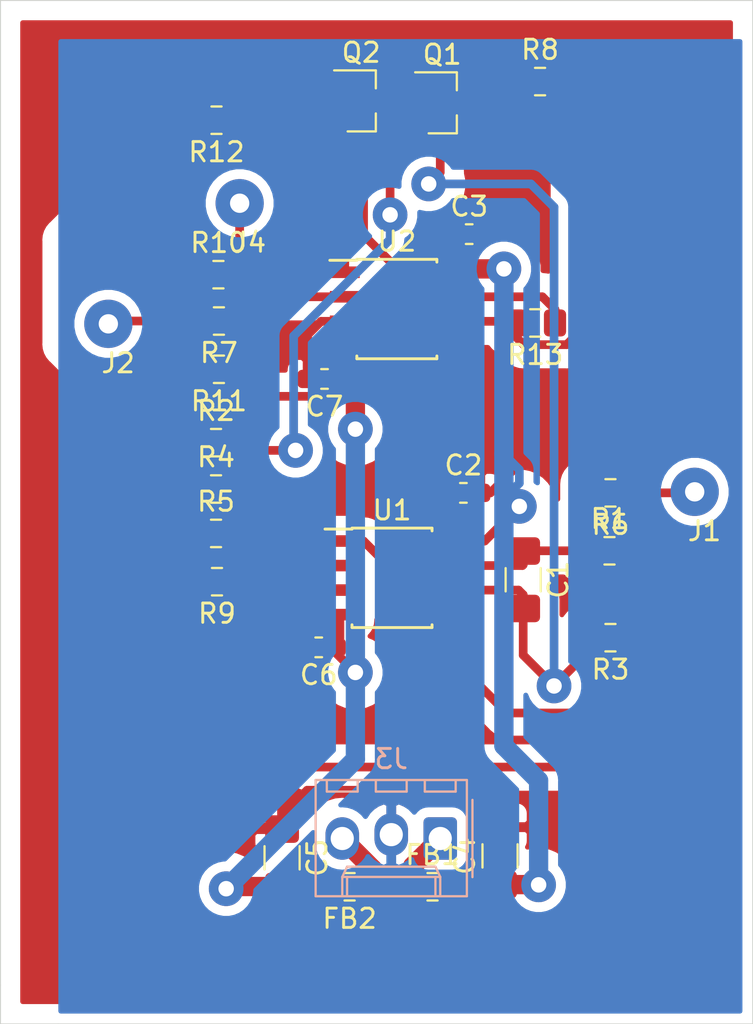
<source format=kicad_pcb>
(kicad_pcb (version 20171130) (host pcbnew "(5.1.5-0-10_14)")

  (general
    (thickness 1.6)
    (drawings 9)
    (tracks 238)
    (zones 0)
    (modules 30)
    (nets 19)
  )

  (page A4)
  (layers
    (0 F.Cu signal)
    (31 B.Cu signal)
    (32 B.Adhes user)
    (33 F.Adhes user)
    (34 B.Paste user)
    (35 F.Paste user)
    (36 B.SilkS user)
    (37 F.SilkS user)
    (38 B.Mask user)
    (39 F.Mask user)
    (40 Dwgs.User user)
    (41 Cmts.User user)
    (42 Eco1.User user)
    (43 Eco2.User user)
    (44 Edge.Cuts user)
    (45 Margin user)
    (46 B.CrtYd user)
    (47 F.CrtYd user)
    (48 B.Fab user)
    (49 F.Fab user)
  )

  (setup
    (last_trace_width 0.25)
    (user_trace_width 0.45)
    (user_trace_width 1)
    (trace_clearance 0.2)
    (zone_clearance 0.508)
    (zone_45_only no)
    (trace_min 0.2)
    (via_size 0.8)
    (via_drill 0.4)
    (via_min_size 0.4)
    (via_min_drill 0.3)
    (user_via 1.8 0.8)
    (uvia_size 0.3)
    (uvia_drill 0.1)
    (uvias_allowed no)
    (uvia_min_size 0.2)
    (uvia_min_drill 0.1)
    (edge_width 0.05)
    (segment_width 0.2)
    (pcb_text_width 0.3)
    (pcb_text_size 1.5 1.5)
    (mod_edge_width 0.12)
    (mod_text_size 1 1)
    (mod_text_width 0.15)
    (pad_size 1.524 1.524)
    (pad_drill 0.762)
    (pad_to_mask_clearance 0.051)
    (solder_mask_min_width 0.25)
    (aux_axis_origin 0 0)
    (visible_elements FFFFFF7F)
    (pcbplotparams
      (layerselection 0x01000_ffffffff)
      (usegerberextensions false)
      (usegerberattributes false)
      (usegerberadvancedattributes false)
      (creategerberjobfile false)
      (excludeedgelayer true)
      (linewidth 0.100000)
      (plotframeref false)
      (viasonmask false)
      (mode 1)
      (useauxorigin false)
      (hpglpennumber 1)
      (hpglpenspeed 20)
      (hpglpendiameter 15.000000)
      (psnegative false)
      (psa4output false)
      (plotreference true)
      (plotvalue true)
      (plotinvisibletext false)
      (padsonsilk false)
      (subtractmaskfromsilk false)
      (outputformat 4)
      (mirror false)
      (drillshape 0)
      (scaleselection 1)
      (outputdirectory ""))
  )

  (net 0 "")
  (net 1 "Net-(C1-Pad2)")
  (net 2 "Net-(C1-Pad1)")
  (net 3 GND)
  (net 4 +5V)
  (net 5 -5V)
  (net 6 "Net-(FB1-Pad1)")
  (net 7 "Net-(FB2-Pad1)")
  (net 8 "Net-(J1-Pad1)")
  (net 9 "Net-(J2-Pad1)")
  (net 10 "Net-(J4-Pad1)")
  (net 11 "Net-(Q1-PadB)")
  (net 12 "Net-(Q1-PadE)")
  (net 13 "Net-(Q2-Pad2)")
  (net 14 "Net-(Q2-Pad1)")
  (net 15 "Net-(R1-Pad2)")
  (net 16 "Net-(R12-Pad2)")
  (net 17 "Net-(R5-Pad2)")
  (net 18 "Net-(R13-Pad2)")

  (net_class Default "This is the default net class."
    (clearance 0.2)
    (trace_width 0.25)
    (via_dia 0.8)
    (via_drill 0.4)
    (uvia_dia 0.3)
    (uvia_drill 0.1)
    (add_net +5V)
    (add_net -5V)
    (add_net GND)
    (add_net "Net-(C1-Pad1)")
    (add_net "Net-(C1-Pad2)")
    (add_net "Net-(FB1-Pad1)")
    (add_net "Net-(FB2-Pad1)")
    (add_net "Net-(J1-Pad1)")
    (add_net "Net-(J2-Pad1)")
    (add_net "Net-(J4-Pad1)")
    (add_net "Net-(Q1-PadB)")
    (add_net "Net-(Q1-PadE)")
    (add_net "Net-(Q2-Pad1)")
    (add_net "Net-(Q2-Pad2)")
    (add_net "Net-(R1-Pad2)")
    (add_net "Net-(R12-Pad2)")
    (add_net "Net-(R13-Pad2)")
    (add_net "Net-(R5-Pad2)")
  )

  (module synkie_footprints:SOIC-8_3.9x4.9mm_P1.27mm (layer F.Cu) (tedit 5A02F2D3) (tstamp 6149079A)
    (at 136.55 92.98)
    (descr "8-Lead Plastic Small Outline (SN) - Narrow, 3.90 mm Body [SOIC] (see Microchip Packaging Specification 00000049BS.pdf)")
    (tags "SOIC 1.27")
    (path /6148BCD8)
    (attr smd)
    (fp_text reference U2 (at 0 -3.5) (layer F.SilkS)
      (effects (font (size 1 1) (thickness 0.15)))
    )
    (fp_text value Opamp_Dual_Generic (at 0 3.5) (layer F.Fab)
      (effects (font (size 1 1) (thickness 0.15)))
    )
    (fp_line (start -2.075 -2.525) (end -3.475 -2.525) (layer F.SilkS) (width 0.15))
    (fp_line (start -2.075 2.575) (end 2.075 2.575) (layer F.SilkS) (width 0.15))
    (fp_line (start -2.075 -2.575) (end 2.075 -2.575) (layer F.SilkS) (width 0.15))
    (fp_line (start -2.075 2.575) (end -2.075 2.43) (layer F.SilkS) (width 0.15))
    (fp_line (start 2.075 2.575) (end 2.075 2.43) (layer F.SilkS) (width 0.15))
    (fp_line (start 2.075 -2.575) (end 2.075 -2.43) (layer F.SilkS) (width 0.15))
    (fp_line (start -2.075 -2.575) (end -2.075 -2.525) (layer F.SilkS) (width 0.15))
    (fp_line (start -3.73 2.7) (end 3.73 2.7) (layer F.CrtYd) (width 0.05))
    (fp_line (start -3.73 -2.7) (end 3.73 -2.7) (layer F.CrtYd) (width 0.05))
    (fp_line (start 3.73 -2.7) (end 3.73 2.7) (layer F.CrtYd) (width 0.05))
    (fp_line (start -3.73 -2.7) (end -3.73 2.7) (layer F.CrtYd) (width 0.05))
    (fp_line (start -1.95 -1.45) (end -0.95 -2.45) (layer F.Fab) (width 0.1))
    (fp_line (start -1.95 2.45) (end -1.95 -1.45) (layer F.Fab) (width 0.1))
    (fp_line (start 1.95 2.45) (end -1.95 2.45) (layer F.Fab) (width 0.1))
    (fp_line (start 1.95 -2.45) (end 1.95 2.45) (layer F.Fab) (width 0.1))
    (fp_line (start -0.95 -2.45) (end 1.95 -2.45) (layer F.Fab) (width 0.1))
    (fp_text user %R (at 0 0) (layer F.Fab)
      (effects (font (size 1 1) (thickness 0.15)))
    )
    (pad 8 smd rect (at 2.7 -1.905) (size 1.55 0.6) (layers F.Cu F.Paste F.Mask)
      (net 4 +5V))
    (pad 7 smd rect (at 2.7 -0.635) (size 1.55 0.6) (layers F.Cu F.Paste F.Mask)
      (net 14 "Net-(Q2-Pad1)"))
    (pad 6 smd rect (at 2.7 0.635) (size 1.55 0.6) (layers F.Cu F.Paste F.Mask)
      (net 18 "Net-(R13-Pad2)"))
    (pad 5 smd rect (at 2.7 1.905) (size 1.55 0.6) (layers F.Cu F.Paste F.Mask)
      (net 3 GND))
    (pad 4 smd rect (at -2.7 1.905) (size 1.55 0.6) (layers F.Cu F.Paste F.Mask)
      (net 5 -5V))
    (pad 3 smd rect (at -2.7 0.635) (size 1.55 0.6) (layers F.Cu F.Paste F.Mask)
      (net 3 GND))
    (pad 2 smd rect (at -2.7 -0.635) (size 1.55 0.6) (layers F.Cu F.Paste F.Mask)
      (net 10 "Net-(J4-Pad1)"))
    (pad 1 smd rect (at -2.7 -1.905) (size 1.55 0.6) (layers F.Cu F.Paste F.Mask)
      (net 11 "Net-(Q1-PadB)"))
    (model ${KISYS3DMOD}/Package_SO.3dshapes/SOIC-8_3.9x4.9mm_P1.27mm.wrl
      (at (xyz 0 0 0))
      (scale (xyz 1 1 1))
      (rotate (xyz 0 0 0))
    )
  )

  (module synkie_footprints:SOIC-8_3.9x4.9mm_P1.27mm (layer F.Cu) (tedit 5A02F2D3) (tstamp 6149077D)
    (at 136.3 106.9)
    (descr "8-Lead Plastic Small Outline (SN) - Narrow, 3.90 mm Body [SOIC] (see Microchip Packaging Specification 00000049BS.pdf)")
    (tags "SOIC 1.27")
    (path /6148A60D)
    (attr smd)
    (fp_text reference U1 (at 0 -3.5) (layer F.SilkS)
      (effects (font (size 1 1) (thickness 0.15)))
    )
    (fp_text value Opamp_Dual_Generic (at 0 3.5) (layer F.Fab)
      (effects (font (size 1 1) (thickness 0.15)))
    )
    (fp_line (start -2.075 -2.525) (end -3.475 -2.525) (layer F.SilkS) (width 0.15))
    (fp_line (start -2.075 2.575) (end 2.075 2.575) (layer F.SilkS) (width 0.15))
    (fp_line (start -2.075 -2.575) (end 2.075 -2.575) (layer F.SilkS) (width 0.15))
    (fp_line (start -2.075 2.575) (end -2.075 2.43) (layer F.SilkS) (width 0.15))
    (fp_line (start 2.075 2.575) (end 2.075 2.43) (layer F.SilkS) (width 0.15))
    (fp_line (start 2.075 -2.575) (end 2.075 -2.43) (layer F.SilkS) (width 0.15))
    (fp_line (start -2.075 -2.575) (end -2.075 -2.525) (layer F.SilkS) (width 0.15))
    (fp_line (start -3.73 2.7) (end 3.73 2.7) (layer F.CrtYd) (width 0.05))
    (fp_line (start -3.73 -2.7) (end 3.73 -2.7) (layer F.CrtYd) (width 0.05))
    (fp_line (start 3.73 -2.7) (end 3.73 2.7) (layer F.CrtYd) (width 0.05))
    (fp_line (start -3.73 -2.7) (end -3.73 2.7) (layer F.CrtYd) (width 0.05))
    (fp_line (start -1.95 -1.45) (end -0.95 -2.45) (layer F.Fab) (width 0.1))
    (fp_line (start -1.95 2.45) (end -1.95 -1.45) (layer F.Fab) (width 0.1))
    (fp_line (start 1.95 2.45) (end -1.95 2.45) (layer F.Fab) (width 0.1))
    (fp_line (start 1.95 -2.45) (end 1.95 2.45) (layer F.Fab) (width 0.1))
    (fp_line (start -0.95 -2.45) (end 1.95 -2.45) (layer F.Fab) (width 0.1))
    (fp_text user %R (at 0 0) (layer F.Fab)
      (effects (font (size 1 1) (thickness 0.15)))
    )
    (pad 8 smd rect (at 2.7 -1.905) (size 1.55 0.6) (layers F.Cu F.Paste F.Mask)
      (net 4 +5V))
    (pad 7 smd rect (at 2.7 -0.635) (size 1.55 0.6) (layers F.Cu F.Paste F.Mask)
      (net 2 "Net-(C1-Pad1)"))
    (pad 6 smd rect (at 2.7 0.635) (size 1.55 0.6) (layers F.Cu F.Paste F.Mask)
      (net 1 "Net-(C1-Pad2)"))
    (pad 5 smd rect (at 2.7 1.905) (size 1.55 0.6) (layers F.Cu F.Paste F.Mask)
      (net 3 GND))
    (pad 4 smd rect (at -2.7 1.905) (size 1.55 0.6) (layers F.Cu F.Paste F.Mask)
      (net 5 -5V))
    (pad 3 smd rect (at -2.7 0.635) (size 1.55 0.6) (layers F.Cu F.Paste F.Mask)
      (net 15 "Net-(R1-Pad2)"))
    (pad 2 smd rect (at -2.7 -0.635) (size 1.55 0.6) (layers F.Cu F.Paste F.Mask)
      (net 17 "Net-(R5-Pad2)"))
    (pad 1 smd rect (at -2.7 -1.905) (size 1.55 0.6) (layers F.Cu F.Paste F.Mask)
      (net 16 "Net-(R12-Pad2)"))
    (model ${KISYS3DMOD}/Package_SO.3dshapes/SOIC-8_3.9x4.9mm_P1.27mm.wrl
      (at (xyz 0 0 0))
      (scale (xyz 1 1 1))
      (rotate (xyz 0 0 0))
    )
  )

  (module synkie_footprints:R_0805_2012Metric_Pad1.15x1.40mm_HandSolder (layer F.Cu) (tedit 5B36C52B) (tstamp 61490760)
    (at 143.725 93.7 180)
    (descr "Resistor SMD 0805 (2012 Metric), square (rectangular) end terminal, IPC_7351 nominal with elongated pad for handsoldering. (Body size source: https://docs.google.com/spreadsheets/d/1BsfQQcO9C6DZCsRaXUlFlo91Tg2WpOkGARC1WS5S8t0/edit?usp=sharing), generated with kicad-footprint-generator")
    (tags "resistor handsolder")
    (path /614A31FB)
    (attr smd)
    (fp_text reference R13 (at 0 -1.65) (layer F.SilkS)
      (effects (font (size 1 1) (thickness 0.15)))
    )
    (fp_text value 10k (at 0 1.65) (layer F.Fab)
      (effects (font (size 1 1) (thickness 0.15)))
    )
    (fp_text user %R (at 0 0) (layer F.Fab)
      (effects (font (size 0.5 0.5) (thickness 0.08)))
    )
    (fp_line (start 1.85 0.95) (end -1.85 0.95) (layer F.CrtYd) (width 0.05))
    (fp_line (start 1.85 -0.95) (end 1.85 0.95) (layer F.CrtYd) (width 0.05))
    (fp_line (start -1.85 -0.95) (end 1.85 -0.95) (layer F.CrtYd) (width 0.05))
    (fp_line (start -1.85 0.95) (end -1.85 -0.95) (layer F.CrtYd) (width 0.05))
    (fp_line (start -0.261252 0.71) (end 0.261252 0.71) (layer F.SilkS) (width 0.12))
    (fp_line (start -0.261252 -0.71) (end 0.261252 -0.71) (layer F.SilkS) (width 0.12))
    (fp_line (start 1 0.6) (end -1 0.6) (layer F.Fab) (width 0.1))
    (fp_line (start 1 -0.6) (end 1 0.6) (layer F.Fab) (width 0.1))
    (fp_line (start -1 -0.6) (end 1 -0.6) (layer F.Fab) (width 0.1))
    (fp_line (start -1 0.6) (end -1 -0.6) (layer F.Fab) (width 0.1))
    (pad 2 smd roundrect (at 1.025 0 180) (size 1.15 1.4) (layers F.Cu F.Paste F.Mask) (roundrect_rratio 0.217391)
      (net 18 "Net-(R13-Pad2)"))
    (pad 1 smd roundrect (at -1.025 0 180) (size 1.15 1.4) (layers F.Cu F.Paste F.Mask) (roundrect_rratio 0.217391)
      (net 14 "Net-(Q2-Pad1)"))
    (model ${KISYS3DMOD}/Resistor_SMD.3dshapes/R_0805_2012Metric.wrl
      (at (xyz 0 0 0))
      (scale (xyz 1 1 1))
      (rotate (xyz 0 0 0))
    )
  )

  (module synkie_footprints:R_0805_2012Metric_Pad1.15x1.40mm_HandSolder (layer F.Cu) (tedit 5B36C52B) (tstamp 6149074F)
    (at 127.2 83.2 180)
    (descr "Resistor SMD 0805 (2012 Metric), square (rectangular) end terminal, IPC_7351 nominal with elongated pad for handsoldering. (Body size source: https://docs.google.com/spreadsheets/d/1BsfQQcO9C6DZCsRaXUlFlo91Tg2WpOkGARC1WS5S8t0/edit?usp=sharing), generated with kicad-footprint-generator")
    (tags "resistor handsolder")
    (path /614AC959)
    (attr smd)
    (fp_text reference R12 (at 0 -1.65) (layer F.SilkS)
      (effects (font (size 1 1) (thickness 0.15)))
    )
    (fp_text value 100 (at 0 1.65) (layer F.Fab)
      (effects (font (size 1 1) (thickness 0.15)))
    )
    (fp_text user %R (at 0 0) (layer F.Fab)
      (effects (font (size 0.5 0.5) (thickness 0.08)))
    )
    (fp_line (start 1.85 0.95) (end -1.85 0.95) (layer F.CrtYd) (width 0.05))
    (fp_line (start 1.85 -0.95) (end 1.85 0.95) (layer F.CrtYd) (width 0.05))
    (fp_line (start -1.85 -0.95) (end 1.85 -0.95) (layer F.CrtYd) (width 0.05))
    (fp_line (start -1.85 0.95) (end -1.85 -0.95) (layer F.CrtYd) (width 0.05))
    (fp_line (start -0.261252 0.71) (end 0.261252 0.71) (layer F.SilkS) (width 0.12))
    (fp_line (start -0.261252 -0.71) (end 0.261252 -0.71) (layer F.SilkS) (width 0.12))
    (fp_line (start 1 0.6) (end -1 0.6) (layer F.Fab) (width 0.1))
    (fp_line (start 1 -0.6) (end 1 0.6) (layer F.Fab) (width 0.1))
    (fp_line (start -1 -0.6) (end 1 -0.6) (layer F.Fab) (width 0.1))
    (fp_line (start -1 0.6) (end -1 -0.6) (layer F.Fab) (width 0.1))
    (pad 2 smd roundrect (at 1.025 0 180) (size 1.15 1.4) (layers F.Cu F.Paste F.Mask) (roundrect_rratio 0.217391)
      (net 16 "Net-(R12-Pad2)"))
    (pad 1 smd roundrect (at -1.025 0 180) (size 1.15 1.4) (layers F.Cu F.Paste F.Mask) (roundrect_rratio 0.217391)
      (net 13 "Net-(Q2-Pad2)"))
    (model ${KISYS3DMOD}/Resistor_SMD.3dshapes/R_0805_2012Metric.wrl
      (at (xyz 0 0 0))
      (scale (xyz 1 1 1))
      (rotate (xyz 0 0 0))
    )
  )

  (module synkie_footprints:R_0805_2012Metric_Pad1.15x1.40mm_HandSolder (layer F.Cu) (tedit 5B36C52B) (tstamp 6149073E)
    (at 127.325 96.1 180)
    (descr "Resistor SMD 0805 (2012 Metric), square (rectangular) end terminal, IPC_7351 nominal with elongated pad for handsoldering. (Body size source: https://docs.google.com/spreadsheets/d/1BsfQQcO9C6DZCsRaXUlFlo91Tg2WpOkGARC1WS5S8t0/edit?usp=sharing), generated with kicad-footprint-generator")
    (tags "resistor handsolder")
    (path /6149E025)
    (attr smd)
    (fp_text reference R11 (at 0 -1.65) (layer F.SilkS)
      (effects (font (size 1 1) (thickness 0.15)))
    )
    (fp_text value 25k (at 0 1.65) (layer F.Fab)
      (effects (font (size 1 1) (thickness 0.15)))
    )
    (fp_text user %R (at 0 0) (layer F.Fab)
      (effects (font (size 0.5 0.5) (thickness 0.08)))
    )
    (fp_line (start 1.85 0.95) (end -1.85 0.95) (layer F.CrtYd) (width 0.05))
    (fp_line (start 1.85 -0.95) (end 1.85 0.95) (layer F.CrtYd) (width 0.05))
    (fp_line (start -1.85 -0.95) (end 1.85 -0.95) (layer F.CrtYd) (width 0.05))
    (fp_line (start -1.85 0.95) (end -1.85 -0.95) (layer F.CrtYd) (width 0.05))
    (fp_line (start -0.261252 0.71) (end 0.261252 0.71) (layer F.SilkS) (width 0.12))
    (fp_line (start -0.261252 -0.71) (end 0.261252 -0.71) (layer F.SilkS) (width 0.12))
    (fp_line (start 1 0.6) (end -1 0.6) (layer F.Fab) (width 0.1))
    (fp_line (start 1 -0.6) (end 1 0.6) (layer F.Fab) (width 0.1))
    (fp_line (start -1 -0.6) (end 1 -0.6) (layer F.Fab) (width 0.1))
    (fp_line (start -1 0.6) (end -1 -0.6) (layer F.Fab) (width 0.1))
    (pad 2 smd roundrect (at 1.025 0 180) (size 1.15 1.4) (layers F.Cu F.Paste F.Mask) (roundrect_rratio 0.217391)
      (net 10 "Net-(J4-Pad1)"))
    (pad 1 smd roundrect (at -1.025 0 180) (size 1.15 1.4) (layers F.Cu F.Paste F.Mask) (roundrect_rratio 0.217391)
      (net 5 -5V))
    (model ${KISYS3DMOD}/Resistor_SMD.3dshapes/R_0805_2012Metric.wrl
      (at (xyz 0 0 0))
      (scale (xyz 1 1 1))
      (rotate (xyz 0 0 0))
    )
  )

  (module synkie_footprints:R_0805_2012Metric_Pad1.15x1.40mm_HandSolder (layer F.Cu) (tedit 5B36C52B) (tstamp 6149072D)
    (at 127.3 91.2)
    (descr "Resistor SMD 0805 (2012 Metric), square (rectangular) end terminal, IPC_7351 nominal with elongated pad for handsoldering. (Body size source: https://docs.google.com/spreadsheets/d/1BsfQQcO9C6DZCsRaXUlFlo91Tg2WpOkGARC1WS5S8t0/edit?usp=sharing), generated with kicad-footprint-generator")
    (tags "resistor handsolder")
    (path /6149D9DD)
    (attr smd)
    (fp_text reference R10 (at 0 -1.65) (layer F.SilkS)
      (effects (font (size 1 1) (thickness 0.15)))
    )
    (fp_text value 20k (at 0 1.65) (layer F.Fab)
      (effects (font (size 1 1) (thickness 0.15)))
    )
    (fp_text user %R (at 0 0) (layer F.Fab)
      (effects (font (size 0.5 0.5) (thickness 0.08)))
    )
    (fp_line (start 1.85 0.95) (end -1.85 0.95) (layer F.CrtYd) (width 0.05))
    (fp_line (start 1.85 -0.95) (end 1.85 0.95) (layer F.CrtYd) (width 0.05))
    (fp_line (start -1.85 -0.95) (end 1.85 -0.95) (layer F.CrtYd) (width 0.05))
    (fp_line (start -1.85 0.95) (end -1.85 -0.95) (layer F.CrtYd) (width 0.05))
    (fp_line (start -0.261252 0.71) (end 0.261252 0.71) (layer F.SilkS) (width 0.12))
    (fp_line (start -0.261252 -0.71) (end 0.261252 -0.71) (layer F.SilkS) (width 0.12))
    (fp_line (start 1 0.6) (end -1 0.6) (layer F.Fab) (width 0.1))
    (fp_line (start 1 -0.6) (end 1 0.6) (layer F.Fab) (width 0.1))
    (fp_line (start -1 -0.6) (end 1 -0.6) (layer F.Fab) (width 0.1))
    (fp_line (start -1 0.6) (end -1 -0.6) (layer F.Fab) (width 0.1))
    (pad 2 smd roundrect (at 1.025 0) (size 1.15 1.4) (layers F.Cu F.Paste F.Mask) (roundrect_rratio 0.217391)
      (net 10 "Net-(J4-Pad1)"))
    (pad 1 smd roundrect (at -1.025 0) (size 1.15 1.4) (layers F.Cu F.Paste F.Mask) (roundrect_rratio 0.217391)
      (net 11 "Net-(Q1-PadB)"))
    (model ${KISYS3DMOD}/Resistor_SMD.3dshapes/R_0805_2012Metric.wrl
      (at (xyz 0 0 0))
      (scale (xyz 1 1 1))
      (rotate (xyz 0 0 0))
    )
  )

  (module synkie_footprints:R_0805_2012Metric_Pad1.15x1.40mm_HandSolder (layer F.Cu) (tedit 5B36C52B) (tstamp 6149071C)
    (at 127.225 107.1 180)
    (descr "Resistor SMD 0805 (2012 Metric), square (rectangular) end terminal, IPC_7351 nominal with elongated pad for handsoldering. (Body size source: https://docs.google.com/spreadsheets/d/1BsfQQcO9C6DZCsRaXUlFlo91Tg2WpOkGARC1WS5S8t0/edit?usp=sharing), generated with kicad-footprint-generator")
    (tags "resistor handsolder")
    (path /61490855)
    (attr smd)
    (fp_text reference R9 (at 0 -1.65) (layer F.SilkS)
      (effects (font (size 1 1) (thickness 0.15)))
    )
    (fp_text value 10k (at 0 1.65) (layer F.Fab)
      (effects (font (size 1 1) (thickness 0.15)))
    )
    (fp_text user %R (at 0 0) (layer F.Fab)
      (effects (font (size 0.5 0.5) (thickness 0.08)))
    )
    (fp_line (start 1.85 0.95) (end -1.85 0.95) (layer F.CrtYd) (width 0.05))
    (fp_line (start 1.85 -0.95) (end 1.85 0.95) (layer F.CrtYd) (width 0.05))
    (fp_line (start -1.85 -0.95) (end 1.85 -0.95) (layer F.CrtYd) (width 0.05))
    (fp_line (start -1.85 0.95) (end -1.85 -0.95) (layer F.CrtYd) (width 0.05))
    (fp_line (start -0.261252 0.71) (end 0.261252 0.71) (layer F.SilkS) (width 0.12))
    (fp_line (start -0.261252 -0.71) (end 0.261252 -0.71) (layer F.SilkS) (width 0.12))
    (fp_line (start 1 0.6) (end -1 0.6) (layer F.Fab) (width 0.1))
    (fp_line (start 1 -0.6) (end 1 0.6) (layer F.Fab) (width 0.1))
    (fp_line (start -1 -0.6) (end 1 -0.6) (layer F.Fab) (width 0.1))
    (fp_line (start -1 0.6) (end -1 -0.6) (layer F.Fab) (width 0.1))
    (pad 2 smd roundrect (at 1.025 0 180) (size 1.15 1.4) (layers F.Cu F.Paste F.Mask) (roundrect_rratio 0.217391)
      (net 3 GND))
    (pad 1 smd roundrect (at -1.025 0 180) (size 1.15 1.4) (layers F.Cu F.Paste F.Mask) (roundrect_rratio 0.217391)
      (net 17 "Net-(R5-Pad2)"))
    (model ${KISYS3DMOD}/Resistor_SMD.3dshapes/R_0805_2012Metric.wrl
      (at (xyz 0 0 0))
      (scale (xyz 1 1 1))
      (rotate (xyz 0 0 0))
    )
  )

  (module synkie_footprints:R_0805_2012Metric_Pad1.15x1.40mm_HandSolder (layer F.Cu) (tedit 5B36C52B) (tstamp 6149070B)
    (at 143.975 81.2)
    (descr "Resistor SMD 0805 (2012 Metric), square (rectangular) end terminal, IPC_7351 nominal with elongated pad for handsoldering. (Body size source: https://docs.google.com/spreadsheets/d/1BsfQQcO9C6DZCsRaXUlFlo91Tg2WpOkGARC1WS5S8t0/edit?usp=sharing), generated with kicad-footprint-generator")
    (tags "resistor handsolder")
    (path /614A18D0)
    (attr smd)
    (fp_text reference R8 (at 0 -1.65) (layer F.SilkS)
      (effects (font (size 1 1) (thickness 0.15)))
    )
    (fp_text value 10k (at 0 1.65) (layer F.Fab)
      (effects (font (size 1 1) (thickness 0.15)))
    )
    (fp_text user %R (at 0 0) (layer F.Fab)
      (effects (font (size 0.5 0.5) (thickness 0.08)))
    )
    (fp_line (start 1.85 0.95) (end -1.85 0.95) (layer F.CrtYd) (width 0.05))
    (fp_line (start 1.85 -0.95) (end 1.85 0.95) (layer F.CrtYd) (width 0.05))
    (fp_line (start -1.85 -0.95) (end 1.85 -0.95) (layer F.CrtYd) (width 0.05))
    (fp_line (start -1.85 0.95) (end -1.85 -0.95) (layer F.CrtYd) (width 0.05))
    (fp_line (start -0.261252 0.71) (end 0.261252 0.71) (layer F.SilkS) (width 0.12))
    (fp_line (start -0.261252 -0.71) (end 0.261252 -0.71) (layer F.SilkS) (width 0.12))
    (fp_line (start 1 0.6) (end -1 0.6) (layer F.Fab) (width 0.1))
    (fp_line (start 1 -0.6) (end 1 0.6) (layer F.Fab) (width 0.1))
    (fp_line (start -1 -0.6) (end 1 -0.6) (layer F.Fab) (width 0.1))
    (fp_line (start -1 0.6) (end -1 -0.6) (layer F.Fab) (width 0.1))
    (pad 2 smd roundrect (at 1.025 0) (size 1.15 1.4) (layers F.Cu F.Paste F.Mask) (roundrect_rratio 0.217391)
      (net 18 "Net-(R13-Pad2)"))
    (pad 1 smd roundrect (at -1.025 0) (size 1.15 1.4) (layers F.Cu F.Paste F.Mask) (roundrect_rratio 0.217391)
      (net 11 "Net-(Q1-PadB)"))
    (model ${KISYS3DMOD}/Resistor_SMD.3dshapes/R_0805_2012Metric.wrl
      (at (xyz 0 0 0))
      (scale (xyz 1 1 1))
      (rotate (xyz 0 0 0))
    )
  )

  (module synkie_footprints:R_0805_2012Metric_Pad1.15x1.40mm_HandSolder (layer F.Cu) (tedit 5B36C52B) (tstamp 614906FA)
    (at 127.325 93.6 180)
    (descr "Resistor SMD 0805 (2012 Metric), square (rectangular) end terminal, IPC_7351 nominal with elongated pad for handsoldering. (Body size source: https://docs.google.com/spreadsheets/d/1BsfQQcO9C6DZCsRaXUlFlo91Tg2WpOkGARC1WS5S8t0/edit?usp=sharing), generated with kicad-footprint-generator")
    (tags "resistor handsolder")
    (path /614992B3)
    (attr smd)
    (fp_text reference R7 (at 0 -1.65) (layer F.SilkS)
      (effects (font (size 1 1) (thickness 0.15)))
    )
    (fp_text value 6k (at 0 1.65) (layer F.Fab)
      (effects (font (size 1 1) (thickness 0.15)))
    )
    (fp_text user %R (at 0 0) (layer F.Fab)
      (effects (font (size 0.5 0.5) (thickness 0.08)))
    )
    (fp_line (start 1.85 0.95) (end -1.85 0.95) (layer F.CrtYd) (width 0.05))
    (fp_line (start 1.85 -0.95) (end 1.85 0.95) (layer F.CrtYd) (width 0.05))
    (fp_line (start -1.85 -0.95) (end 1.85 -0.95) (layer F.CrtYd) (width 0.05))
    (fp_line (start -1.85 0.95) (end -1.85 -0.95) (layer F.CrtYd) (width 0.05))
    (fp_line (start -0.261252 0.71) (end 0.261252 0.71) (layer F.SilkS) (width 0.12))
    (fp_line (start -0.261252 -0.71) (end 0.261252 -0.71) (layer F.SilkS) (width 0.12))
    (fp_line (start 1 0.6) (end -1 0.6) (layer F.Fab) (width 0.1))
    (fp_line (start 1 -0.6) (end 1 0.6) (layer F.Fab) (width 0.1))
    (fp_line (start -1 -0.6) (end 1 -0.6) (layer F.Fab) (width 0.1))
    (fp_line (start -1 0.6) (end -1 -0.6) (layer F.Fab) (width 0.1))
    (pad 2 smd roundrect (at 1.025 0 180) (size 1.15 1.4) (layers F.Cu F.Paste F.Mask) (roundrect_rratio 0.217391)
      (net 9 "Net-(J2-Pad1)"))
    (pad 1 smd roundrect (at -1.025 0 180) (size 1.15 1.4) (layers F.Cu F.Paste F.Mask) (roundrect_rratio 0.217391)
      (net 10 "Net-(J4-Pad1)"))
    (model ${KISYS3DMOD}/Resistor_SMD.3dshapes/R_0805_2012Metric.wrl
      (at (xyz 0 0 0))
      (scale (xyz 1 1 1))
      (rotate (xyz 0 0 0))
    )
  )

  (module synkie_footprints:R_0805_2012Metric_Pad1.15x1.40mm_HandSolder (layer F.Cu) (tedit 5B36C52B) (tstamp 614906E9)
    (at 147.625 102.5 180)
    (descr "Resistor SMD 0805 (2012 Metric), square (rectangular) end terminal, IPC_7351 nominal with elongated pad for handsoldering. (Body size source: https://docs.google.com/spreadsheets/d/1BsfQQcO9C6DZCsRaXUlFlo91Tg2WpOkGARC1WS5S8t0/edit?usp=sharing), generated with kicad-footprint-generator")
    (tags "resistor handsolder")
    (path /614AEA56)
    (attr smd)
    (fp_text reference R6 (at 0 -1.65) (layer F.SilkS)
      (effects (font (size 1 1) (thickness 0.15)))
    )
    (fp_text value 75 (at 0 1.65) (layer F.Fab)
      (effects (font (size 1 1) (thickness 0.15)))
    )
    (fp_text user %R (at 0 0) (layer F.Fab)
      (effects (font (size 0.5 0.5) (thickness 0.08)))
    )
    (fp_line (start 1.85 0.95) (end -1.85 0.95) (layer F.CrtYd) (width 0.05))
    (fp_line (start 1.85 -0.95) (end 1.85 0.95) (layer F.CrtYd) (width 0.05))
    (fp_line (start -1.85 -0.95) (end 1.85 -0.95) (layer F.CrtYd) (width 0.05))
    (fp_line (start -1.85 0.95) (end -1.85 -0.95) (layer F.CrtYd) (width 0.05))
    (fp_line (start -0.261252 0.71) (end 0.261252 0.71) (layer F.SilkS) (width 0.12))
    (fp_line (start -0.261252 -0.71) (end 0.261252 -0.71) (layer F.SilkS) (width 0.12))
    (fp_line (start 1 0.6) (end -1 0.6) (layer F.Fab) (width 0.1))
    (fp_line (start 1 -0.6) (end 1 0.6) (layer F.Fab) (width 0.1))
    (fp_line (start -1 -0.6) (end 1 -0.6) (layer F.Fab) (width 0.1))
    (fp_line (start -1 0.6) (end -1 -0.6) (layer F.Fab) (width 0.1))
    (pad 2 smd roundrect (at 1.025 0 180) (size 1.15 1.4) (layers F.Cu F.Paste F.Mask) (roundrect_rratio 0.217391)
      (net 2 "Net-(C1-Pad1)"))
    (pad 1 smd roundrect (at -1.025 0 180) (size 1.15 1.4) (layers F.Cu F.Paste F.Mask) (roundrect_rratio 0.217391)
      (net 8 "Net-(J1-Pad1)"))
    (model ${KISYS3DMOD}/Resistor_SMD.3dshapes/R_0805_2012Metric.wrl
      (at (xyz 0 0 0))
      (scale (xyz 1 1 1))
      (rotate (xyz 0 0 0))
    )
  )

  (module synkie_footprints:R_0805_2012Metric_Pad1.15x1.40mm_HandSolder (layer F.Cu) (tedit 5B36C52B) (tstamp 614906D8)
    (at 127.175 104.6)
    (descr "Resistor SMD 0805 (2012 Metric), square (rectangular) end terminal, IPC_7351 nominal with elongated pad for handsoldering. (Body size source: https://docs.google.com/spreadsheets/d/1BsfQQcO9C6DZCsRaXUlFlo91Tg2WpOkGARC1WS5S8t0/edit?usp=sharing), generated with kicad-footprint-generator")
    (tags "resistor handsolder")
    (path /6149025B)
    (attr smd)
    (fp_text reference R5 (at 0 -1.65) (layer F.SilkS)
      (effects (font (size 1 1) (thickness 0.15)))
    )
    (fp_text value 100k (at 0 1.65) (layer F.Fab)
      (effects (font (size 1 1) (thickness 0.15)))
    )
    (fp_text user %R (at 0 0) (layer F.Fab)
      (effects (font (size 0.5 0.5) (thickness 0.08)))
    )
    (fp_line (start 1.85 0.95) (end -1.85 0.95) (layer F.CrtYd) (width 0.05))
    (fp_line (start 1.85 -0.95) (end 1.85 0.95) (layer F.CrtYd) (width 0.05))
    (fp_line (start -1.85 -0.95) (end 1.85 -0.95) (layer F.CrtYd) (width 0.05))
    (fp_line (start -1.85 0.95) (end -1.85 -0.95) (layer F.CrtYd) (width 0.05))
    (fp_line (start -0.261252 0.71) (end 0.261252 0.71) (layer F.SilkS) (width 0.12))
    (fp_line (start -0.261252 -0.71) (end 0.261252 -0.71) (layer F.SilkS) (width 0.12))
    (fp_line (start 1 0.6) (end -1 0.6) (layer F.Fab) (width 0.1))
    (fp_line (start 1 -0.6) (end 1 0.6) (layer F.Fab) (width 0.1))
    (fp_line (start -1 -0.6) (end 1 -0.6) (layer F.Fab) (width 0.1))
    (fp_line (start -1 0.6) (end -1 -0.6) (layer F.Fab) (width 0.1))
    (pad 2 smd roundrect (at 1.025 0) (size 1.15 1.4) (layers F.Cu F.Paste F.Mask) (roundrect_rratio 0.217391)
      (net 17 "Net-(R5-Pad2)"))
    (pad 1 smd roundrect (at -1.025 0) (size 1.15 1.4) (layers F.Cu F.Paste F.Mask) (roundrect_rratio 0.217391)
      (net 4 +5V))
    (model ${KISYS3DMOD}/Resistor_SMD.3dshapes/R_0805_2012Metric.wrl
      (at (xyz 0 0 0))
      (scale (xyz 1 1 1))
      (rotate (xyz 0 0 0))
    )
  )

  (module synkie_footprints:R_0805_2012Metric_Pad1.15x1.40mm_HandSolder (layer F.Cu) (tedit 5B36C52B) (tstamp 614906C7)
    (at 127.175 102.3)
    (descr "Resistor SMD 0805 (2012 Metric), square (rectangular) end terminal, IPC_7351 nominal with elongated pad for handsoldering. (Body size source: https://docs.google.com/spreadsheets/d/1BsfQQcO9C6DZCsRaXUlFlo91Tg2WpOkGARC1WS5S8t0/edit?usp=sharing), generated with kicad-footprint-generator")
    (tags "resistor handsolder")
    (path /61492200)
    (attr smd)
    (fp_text reference R4 (at 0 -1.65) (layer F.SilkS)
      (effects (font (size 1 1) (thickness 0.15)))
    )
    (fp_text value 100k (at 0 1.65) (layer F.Fab)
      (effects (font (size 1 1) (thickness 0.15)))
    )
    (fp_text user %R (at 0 0) (layer F.Fab)
      (effects (font (size 0.5 0.5) (thickness 0.08)))
    )
    (fp_line (start 1.85 0.95) (end -1.85 0.95) (layer F.CrtYd) (width 0.05))
    (fp_line (start 1.85 -0.95) (end 1.85 0.95) (layer F.CrtYd) (width 0.05))
    (fp_line (start -1.85 -0.95) (end 1.85 -0.95) (layer F.CrtYd) (width 0.05))
    (fp_line (start -1.85 0.95) (end -1.85 -0.95) (layer F.CrtYd) (width 0.05))
    (fp_line (start -0.261252 0.71) (end 0.261252 0.71) (layer F.SilkS) (width 0.12))
    (fp_line (start -0.261252 -0.71) (end 0.261252 -0.71) (layer F.SilkS) (width 0.12))
    (fp_line (start 1 0.6) (end -1 0.6) (layer F.Fab) (width 0.1))
    (fp_line (start 1 -0.6) (end 1 0.6) (layer F.Fab) (width 0.1))
    (fp_line (start -1 -0.6) (end 1 -0.6) (layer F.Fab) (width 0.1))
    (fp_line (start -1 0.6) (end -1 -0.6) (layer F.Fab) (width 0.1))
    (pad 2 smd roundrect (at 1.025 0) (size 1.15 1.4) (layers F.Cu F.Paste F.Mask) (roundrect_rratio 0.217391)
      (net 16 "Net-(R12-Pad2)"))
    (pad 1 smd roundrect (at -1.025 0) (size 1.15 1.4) (layers F.Cu F.Paste F.Mask) (roundrect_rratio 0.217391)
      (net 15 "Net-(R1-Pad2)"))
    (model ${KISYS3DMOD}/Resistor_SMD.3dshapes/R_0805_2012Metric.wrl
      (at (xyz 0 0 0))
      (scale (xyz 1 1 1))
      (rotate (xyz 0 0 0))
    )
  )

  (module synkie_footprints:R_0805_2012Metric_Pad1.15x1.40mm_HandSolder (layer F.Cu) (tedit 5B36C52B) (tstamp 614906B6)
    (at 147.625 110 180)
    (descr "Resistor SMD 0805 (2012 Metric), square (rectangular) end terminal, IPC_7351 nominal with elongated pad for handsoldering. (Body size source: https://docs.google.com/spreadsheets/d/1BsfQQcO9C6DZCsRaXUlFlo91Tg2WpOkGARC1WS5S8t0/edit?usp=sharing), generated with kicad-footprint-generator")
    (tags "resistor handsolder")
    (path /614AA2FF)
    (attr smd)
    (fp_text reference R3 (at 0 -1.65) (layer F.SilkS)
      (effects (font (size 1 1) (thickness 0.15)))
    )
    (fp_text value 100k (at 0 1.65) (layer F.Fab)
      (effects (font (size 1 1) (thickness 0.15)))
    )
    (fp_text user %R (at 0 0) (layer F.Fab)
      (effects (font (size 0.5 0.5) (thickness 0.08)))
    )
    (fp_line (start 1.85 0.95) (end -1.85 0.95) (layer F.CrtYd) (width 0.05))
    (fp_line (start 1.85 -0.95) (end 1.85 0.95) (layer F.CrtYd) (width 0.05))
    (fp_line (start -1.85 -0.95) (end 1.85 -0.95) (layer F.CrtYd) (width 0.05))
    (fp_line (start -1.85 0.95) (end -1.85 -0.95) (layer F.CrtYd) (width 0.05))
    (fp_line (start -0.261252 0.71) (end 0.261252 0.71) (layer F.SilkS) (width 0.12))
    (fp_line (start -0.261252 -0.71) (end 0.261252 -0.71) (layer F.SilkS) (width 0.12))
    (fp_line (start 1 0.6) (end -1 0.6) (layer F.Fab) (width 0.1))
    (fp_line (start 1 -0.6) (end 1 0.6) (layer F.Fab) (width 0.1))
    (fp_line (start -1 -0.6) (end 1 -0.6) (layer F.Fab) (width 0.1))
    (fp_line (start -1 0.6) (end -1 -0.6) (layer F.Fab) (width 0.1))
    (pad 2 smd roundrect (at 1.025 0 180) (size 1.15 1.4) (layers F.Cu F.Paste F.Mask) (roundrect_rratio 0.217391)
      (net 1 "Net-(C1-Pad2)"))
    (pad 1 smd roundrect (at -1.025 0 180) (size 1.15 1.4) (layers F.Cu F.Paste F.Mask) (roundrect_rratio 0.217391)
      (net 16 "Net-(R12-Pad2)"))
    (model ${KISYS3DMOD}/Resistor_SMD.3dshapes/R_0805_2012Metric.wrl
      (at (xyz 0 0 0))
      (scale (xyz 1 1 1))
      (rotate (xyz 0 0 0))
    )
  )

  (module synkie_footprints:R_0805_2012Metric_Pad1.15x1.40mm_HandSolder (layer F.Cu) (tedit 5B36C52B) (tstamp 614906A5)
    (at 127.175 99.9)
    (descr "Resistor SMD 0805 (2012 Metric), square (rectangular) end terminal, IPC_7351 nominal with elongated pad for handsoldering. (Body size source: https://docs.google.com/spreadsheets/d/1BsfQQcO9C6DZCsRaXUlFlo91Tg2WpOkGARC1WS5S8t0/edit?usp=sharing), generated with kicad-footprint-generator")
    (tags "resistor handsolder")
    (path /614A932F)
    (attr smd)
    (fp_text reference R2 (at 0 -1.65) (layer F.SilkS)
      (effects (font (size 1 1) (thickness 0.15)))
    )
    (fp_text value 100 (at 0 1.65) (layer F.Fab)
      (effects (font (size 1 1) (thickness 0.15)))
    )
    (fp_text user %R (at 0 0) (layer F.Fab)
      (effects (font (size 0.5 0.5) (thickness 0.08)))
    )
    (fp_line (start 1.85 0.95) (end -1.85 0.95) (layer F.CrtYd) (width 0.05))
    (fp_line (start 1.85 -0.95) (end 1.85 0.95) (layer F.CrtYd) (width 0.05))
    (fp_line (start -1.85 -0.95) (end 1.85 -0.95) (layer F.CrtYd) (width 0.05))
    (fp_line (start -1.85 0.95) (end -1.85 -0.95) (layer F.CrtYd) (width 0.05))
    (fp_line (start -0.261252 0.71) (end 0.261252 0.71) (layer F.SilkS) (width 0.12))
    (fp_line (start -0.261252 -0.71) (end 0.261252 -0.71) (layer F.SilkS) (width 0.12))
    (fp_line (start 1 0.6) (end -1 0.6) (layer F.Fab) (width 0.1))
    (fp_line (start 1 -0.6) (end 1 0.6) (layer F.Fab) (width 0.1))
    (fp_line (start -1 -0.6) (end 1 -0.6) (layer F.Fab) (width 0.1))
    (fp_line (start -1 0.6) (end -1 -0.6) (layer F.Fab) (width 0.1))
    (pad 2 smd roundrect (at 1.025 0) (size 1.15 1.4) (layers F.Cu F.Paste F.Mask) (roundrect_rratio 0.217391)
      (net 12 "Net-(Q1-PadE)"))
    (pad 1 smd roundrect (at -1.025 0) (size 1.15 1.4) (layers F.Cu F.Paste F.Mask) (roundrect_rratio 0.217391)
      (net 16 "Net-(R12-Pad2)"))
    (model ${KISYS3DMOD}/Resistor_SMD.3dshapes/R_0805_2012Metric.wrl
      (at (xyz 0 0 0))
      (scale (xyz 1 1 1))
      (rotate (xyz 0 0 0))
    )
  )

  (module synkie_footprints:R_0805_2012Metric_Pad1.15x1.40mm_HandSolder (layer F.Cu) (tedit 5B36C52B) (tstamp 61490694)
    (at 147.575 105.5)
    (descr "Resistor SMD 0805 (2012 Metric), square (rectangular) end terminal, IPC_7351 nominal with elongated pad for handsoldering. (Body size source: https://docs.google.com/spreadsheets/d/1BsfQQcO9C6DZCsRaXUlFlo91Tg2WpOkGARC1WS5S8t0/edit?usp=sharing), generated with kicad-footprint-generator")
    (tags "resistor handsolder")
    (path /61497B53)
    (attr smd)
    (fp_text reference R1 (at 0 -1.65) (layer F.SilkS)
      (effects (font (size 1 1) (thickness 0.15)))
    )
    (fp_text value 10k (at 0 1.65) (layer F.Fab)
      (effects (font (size 1 1) (thickness 0.15)))
    )
    (fp_text user %R (at 0 0) (layer F.Fab)
      (effects (font (size 0.5 0.5) (thickness 0.08)))
    )
    (fp_line (start 1.85 0.95) (end -1.85 0.95) (layer F.CrtYd) (width 0.05))
    (fp_line (start 1.85 -0.95) (end 1.85 0.95) (layer F.CrtYd) (width 0.05))
    (fp_line (start -1.85 -0.95) (end 1.85 -0.95) (layer F.CrtYd) (width 0.05))
    (fp_line (start -1.85 0.95) (end -1.85 -0.95) (layer F.CrtYd) (width 0.05))
    (fp_line (start -0.261252 0.71) (end 0.261252 0.71) (layer F.SilkS) (width 0.12))
    (fp_line (start -0.261252 -0.71) (end 0.261252 -0.71) (layer F.SilkS) (width 0.12))
    (fp_line (start 1 0.6) (end -1 0.6) (layer F.Fab) (width 0.1))
    (fp_line (start 1 -0.6) (end 1 0.6) (layer F.Fab) (width 0.1))
    (fp_line (start -1 -0.6) (end 1 -0.6) (layer F.Fab) (width 0.1))
    (fp_line (start -1 0.6) (end -1 -0.6) (layer F.Fab) (width 0.1))
    (pad 2 smd roundrect (at 1.025 0) (size 1.15 1.4) (layers F.Cu F.Paste F.Mask) (roundrect_rratio 0.217391)
      (net 15 "Net-(R1-Pad2)"))
    (pad 1 smd roundrect (at -1.025 0) (size 1.15 1.4) (layers F.Cu F.Paste F.Mask) (roundrect_rratio 0.217391)
      (net 2 "Net-(C1-Pad1)"))
    (model ${KISYS3DMOD}/Resistor_SMD.3dshapes/R_0805_2012Metric.wrl
      (at (xyz 0 0 0))
      (scale (xyz 1 1 1))
      (rotate (xyz 0 0 0))
    )
  )

  (module Package_TO_SOT_SMD:SOT-23 (layer F.Cu) (tedit 5A02FF57) (tstamp 61490683)
    (at 134.7 82.2)
    (descr "SOT-23, Standard")
    (tags SOT-23)
    (path /614CA5FA)
    (attr smd)
    (fp_text reference Q2 (at 0 -2.5) (layer F.SilkS)
      (effects (font (size 1 1) (thickness 0.15)))
    )
    (fp_text value BC817 (at 0 2.5) (layer F.Fab)
      (effects (font (size 1 1) (thickness 0.15)))
    )
    (fp_line (start 0.76 1.58) (end -0.7 1.58) (layer F.SilkS) (width 0.12))
    (fp_line (start 0.76 -1.58) (end -1.4 -1.58) (layer F.SilkS) (width 0.12))
    (fp_line (start -1.7 1.75) (end -1.7 -1.75) (layer F.CrtYd) (width 0.05))
    (fp_line (start 1.7 1.75) (end -1.7 1.75) (layer F.CrtYd) (width 0.05))
    (fp_line (start 1.7 -1.75) (end 1.7 1.75) (layer F.CrtYd) (width 0.05))
    (fp_line (start -1.7 -1.75) (end 1.7 -1.75) (layer F.CrtYd) (width 0.05))
    (fp_line (start 0.76 -1.58) (end 0.76 -0.65) (layer F.SilkS) (width 0.12))
    (fp_line (start 0.76 1.58) (end 0.76 0.65) (layer F.SilkS) (width 0.12))
    (fp_line (start -0.7 1.52) (end 0.7 1.52) (layer F.Fab) (width 0.1))
    (fp_line (start 0.7 -1.52) (end 0.7 1.52) (layer F.Fab) (width 0.1))
    (fp_line (start -0.7 -0.95) (end -0.15 -1.52) (layer F.Fab) (width 0.1))
    (fp_line (start -0.15 -1.52) (end 0.7 -1.52) (layer F.Fab) (width 0.1))
    (fp_line (start -0.7 -0.95) (end -0.7 1.5) (layer F.Fab) (width 0.1))
    (fp_text user %R (at 0 0 90) (layer F.Fab)
      (effects (font (size 0.5 0.5) (thickness 0.075)))
    )
    (pad 3 smd rect (at 1 0) (size 0.9 0.8) (layers F.Cu F.Paste F.Mask)
      (net 1 "Net-(C1-Pad2)"))
    (pad 2 smd rect (at -1 0.95) (size 0.9 0.8) (layers F.Cu F.Paste F.Mask)
      (net 13 "Net-(Q2-Pad2)"))
    (pad 1 smd rect (at -1 -0.95) (size 0.9 0.8) (layers F.Cu F.Paste F.Mask)
      (net 14 "Net-(Q2-Pad1)"))
    (model ${KISYS3DMOD}/Package_TO_SOT_SMD.3dshapes/SOT-23.wrl
      (at (xyz 0 0 0))
      (scale (xyz 1 1 1))
      (rotate (xyz 0 0 0))
    )
  )

  (module synkie_footprints:SOT-23_BEC (layer F.Cu) (tedit 5DCAD918) (tstamp 6149066E)
    (at 138.9 82.3)
    (descr "SOT-23, Base-Emittor-Collector")
    (tags "SOT-23, BEC")
    (path /614A50BD)
    (attr smd)
    (fp_text reference Q1 (at 0 -2.5) (layer F.SilkS)
      (effects (font (size 1 1) (thickness 0.15)))
    )
    (fp_text value Trans_PNP_Generic (at 0 2.5) (layer F.Fab)
      (effects (font (size 1 1) (thickness 0.15)))
    )
    (fp_text user %R (at 0 0 90) (layer F.Fab)
      (effects (font (size 0.5 0.5) (thickness 0.075)))
    )
    (fp_line (start -0.7 -0.95) (end -0.7 1.5) (layer F.Fab) (width 0.1))
    (fp_line (start -0.15 -1.52) (end 0.7 -1.52) (layer F.Fab) (width 0.1))
    (fp_line (start -0.7 -0.95) (end -0.15 -1.52) (layer F.Fab) (width 0.1))
    (fp_line (start 0.7 -1.52) (end 0.7 1.52) (layer F.Fab) (width 0.1))
    (fp_line (start -0.7 1.52) (end 0.7 1.52) (layer F.Fab) (width 0.1))
    (fp_line (start 0.76 1.58) (end 0.76 0.65) (layer F.SilkS) (width 0.12))
    (fp_line (start 0.76 -1.58) (end 0.76 -0.65) (layer F.SilkS) (width 0.12))
    (fp_line (start -1.7 -1.75) (end 1.7 -1.75) (layer F.CrtYd) (width 0.05))
    (fp_line (start 1.7 -1.75) (end 1.7 1.75) (layer F.CrtYd) (width 0.05))
    (fp_line (start 1.7 1.75) (end -1.7 1.75) (layer F.CrtYd) (width 0.05))
    (fp_line (start -1.7 1.75) (end -1.7 -1.75) (layer F.CrtYd) (width 0.05))
    (fp_line (start 0.76 -1.58) (end -1.4 -1.58) (layer F.SilkS) (width 0.12))
    (fp_line (start 0.76 1.58) (end -0.7 1.58) (layer F.SilkS) (width 0.12))
    (pad B smd rect (at -1 -0.95) (size 0.9 0.8) (layers F.Cu F.Paste F.Mask)
      (net 11 "Net-(Q1-PadB)"))
    (pad E smd rect (at -1 0.95) (size 0.9 0.8) (layers F.Cu F.Paste F.Mask)
      (net 12 "Net-(Q1-PadE)"))
    (pad C smd rect (at 1 0) (size 0.9 0.8) (layers F.Cu F.Paste F.Mask)
      (net 1 "Net-(C1-Pad2)"))
    (model ${KISYS3DMOD}/Package_TO_SOT_SMD.3dshapes/SOT-23.wrl
      (at (xyz 0 0 0))
      (scale (xyz 1 1 1))
      (rotate (xyz 0 0 0))
    )
  )

  (module synkie_footprints:Solderpad_1mm (layer F.Cu) (tedit 5C6B1640) (tstamp 61490659)
    (at 128.908 87.754)
    (path /614C56D5)
    (fp_text reference J4 (at 0 1.778) (layer F.SilkS)
      (effects (font (size 1 1) (thickness 0.15)))
    )
    (fp_text value Test (at 0 -2.032) (layer F.Fab)
      (effects (font (size 1 1) (thickness 0.15)))
    )
    (pad 1 thru_hole circle (at -0.508 -0.254) (size 2.5 2.5) (drill 1) (layers *.Cu *.Mask)
      (net 10 "Net-(J4-Pad1)"))
  )

  (module synkie_footprints:Molex_KK-254_AE-6410-03A_1x03_P2.54mm_Vertical (layer B.Cu) (tedit 5E9C4158) (tstamp 61490654)
    (at 138.8 120.4 180)
    (descr "Molex KK-254 Interconnect System, old/engineering part number: AE-6410-03A example for new part number: 22-27-2031, 3 Pins (http://www.molex.com/pdm_docs/sd/022272021_sd.pdf), generated with kicad-footprint-generator")
    (tags "connector Molex KK-254 side entry")
    (path /614B7B30)
    (fp_text reference J3 (at 2.54 4.12) (layer B.SilkS)
      (effects (font (size 1 1) (thickness 0.15)) (justify mirror))
    )
    (fp_text value Conn_01x03 (at 2.54 -4.08) (layer B.Fab)
      (effects (font (size 1 1) (thickness 0.15)) (justify mirror))
    )
    (fp_text user %R (at 2.54 2.22) (layer B.Fab)
      (effects (font (size 1 1) (thickness 0.15)) (justify mirror))
    )
    (fp_line (start 6.85 3.42) (end -1.77 3.42) (layer B.CrtYd) (width 0.05))
    (fp_line (start 6.85 -3.38) (end 6.85 3.42) (layer B.CrtYd) (width 0.05))
    (fp_line (start -1.77 -3.38) (end 6.85 -3.38) (layer B.CrtYd) (width 0.05))
    (fp_line (start -1.77 3.42) (end -1.77 -3.38) (layer B.CrtYd) (width 0.05))
    (fp_line (start 5.88 2.43) (end 5.88 3.03) (layer B.SilkS) (width 0.12))
    (fp_line (start 4.28 2.43) (end 5.88 2.43) (layer B.SilkS) (width 0.12))
    (fp_line (start 4.28 3.03) (end 4.28 2.43) (layer B.SilkS) (width 0.12))
    (fp_line (start 3.34 2.43) (end 3.34 3.03) (layer B.SilkS) (width 0.12))
    (fp_line (start 1.74 2.43) (end 3.34 2.43) (layer B.SilkS) (width 0.12))
    (fp_line (start 1.74 3.03) (end 1.74 2.43) (layer B.SilkS) (width 0.12))
    (fp_line (start 0.8 2.43) (end 0.8 3.03) (layer B.SilkS) (width 0.12))
    (fp_line (start -0.8 2.43) (end 0.8 2.43) (layer B.SilkS) (width 0.12))
    (fp_line (start -0.8 3.03) (end -0.8 2.43) (layer B.SilkS) (width 0.12))
    (fp_line (start 4.83 -2.99) (end 4.83 -1.99) (layer B.SilkS) (width 0.12))
    (fp_line (start 0.25 -2.99) (end 0.25 -1.99) (layer B.SilkS) (width 0.12))
    (fp_line (start 4.83 -1.46) (end 5.08 -1.99) (layer B.SilkS) (width 0.12))
    (fp_line (start 0.25 -1.46) (end 4.83 -1.46) (layer B.SilkS) (width 0.12))
    (fp_line (start 0 -1.99) (end 0.25 -1.46) (layer B.SilkS) (width 0.12))
    (fp_line (start 5.08 -1.99) (end 5.08 -2.99) (layer B.SilkS) (width 0.12))
    (fp_line (start 0 -1.99) (end 5.08 -1.99) (layer B.SilkS) (width 0.12))
    (fp_line (start 0 -2.99) (end 0 -1.99) (layer B.SilkS) (width 0.12))
    (fp_line (start -0.562893 0) (end -1.27 -0.5) (layer B.Fab) (width 0.1))
    (fp_line (start -1.27 0.5) (end -0.562893 0) (layer B.Fab) (width 0.1))
    (fp_line (start -1.67 2) (end -1.67 -2) (layer B.SilkS) (width 0.12))
    (fp_line (start 6.46 3.03) (end -1.38 3.03) (layer B.SilkS) (width 0.12))
    (fp_line (start 6.46 -2.99) (end 6.46 3.03) (layer B.SilkS) (width 0.12))
    (fp_line (start -1.38 -2.99) (end 6.46 -2.99) (layer B.SilkS) (width 0.12))
    (fp_line (start -1.38 3.03) (end -1.38 -2.99) (layer B.SilkS) (width 0.12))
    (fp_line (start 6.35 2.92) (end -1.27 2.92) (layer B.Fab) (width 0.1))
    (fp_line (start 6.35 -2.88) (end 6.35 2.92) (layer B.Fab) (width 0.1))
    (fp_line (start -1.27 -2.88) (end 6.35 -2.88) (layer B.Fab) (width 0.1))
    (fp_line (start -1.27 2.92) (end -1.27 -2.88) (layer B.Fab) (width 0.1))
    (pad 3 thru_hole oval (at 5.08 0 180) (size 1.74 2.2) (drill 1.2) (layers *.Cu *.Mask)
      (net 7 "Net-(FB2-Pad1)"))
    (pad 2 thru_hole oval (at 2.54 0.2 180) (size 1.74 2.2) (drill 1.2) (layers *.Cu *.Mask)
      (net 3 GND))
    (pad 1 thru_hole roundrect (at 0 0 180) (size 1.74 2.2) (drill 1.2) (layers *.Cu *.Mask) (roundrect_rratio 0.143678)
      (net 6 "Net-(FB1-Pad1)"))
    (model ${KISYS3DMOD}/Connector_Molex.3dshapes/Molex_KK-254_AE-6410-03A_1x03_P2.54mm_Vertical.wrl
      (at (xyz 0 0 0))
      (scale (xyz 1 1 1))
      (rotate (xyz 0 0 0))
    )
  )

  (module synkie_footprints:Solderpad_1mm (layer F.Cu) (tedit 5C6B1640) (tstamp 6149062C)
    (at 122.1 94)
    (path /6149CC6B)
    (fp_text reference J2 (at 0 1.778) (layer F.SilkS)
      (effects (font (size 1 1) (thickness 0.15)))
    )
    (fp_text value CV-In (at 0 -2.032) (layer F.Fab)
      (effects (font (size 1 1) (thickness 0.15)))
    )
    (pad 1 thru_hole circle (at -0.508 -0.254) (size 2.5 2.5) (drill 1) (layers *.Cu *.Mask)
      (net 9 "Net-(J2-Pad1)"))
  )

  (module synkie_footprints:Solderpad_1mm (layer F.Cu) (tedit 5C6B1640) (tstamp 61490627)
    (at 152.5 102.7)
    (path /614ADFC7)
    (fp_text reference J1 (at 0 1.778) (layer F.SilkS)
      (effects (font (size 1 1) (thickness 0.15)))
    )
    (fp_text value OUT (at 0 -2.032) (layer F.Fab)
      (effects (font (size 1 1) (thickness 0.15)))
    )
    (pad 1 thru_hole circle (at -0.508 -0.254) (size 2.5 2.5) (drill 1) (layers *.Cu *.Mask)
      (net 8 "Net-(J1-Pad1)"))
  )

  (module synkie_footprints:L_0805_2012Metric_Pad1.15x1.40mm_HandSolder (layer F.Cu) (tedit 5B36C52B) (tstamp 61490622)
    (at 134.1 122.9 180)
    (descr "Capacitor SMD 0805 (2012 Metric), square (rectangular) end terminal, IPC_7351 nominal with elongated pad for handsoldering. (Body size source: https://docs.google.com/spreadsheets/d/1BsfQQcO9C6DZCsRaXUlFlo91Tg2WpOkGARC1WS5S8t0/edit?usp=sharing), generated with kicad-footprint-generator")
    (tags "inductor handsolder")
    (path /614B920C)
    (attr smd)
    (fp_text reference FB2 (at 0 -1.65) (layer F.SilkS)
      (effects (font (size 1 1) (thickness 0.15)))
    )
    (fp_text value Ferrite_Bead (at 0 1.65) (layer F.Fab)
      (effects (font (size 1 1) (thickness 0.15)))
    )
    (fp_line (start -1 0.6) (end -1 -0.6) (layer F.Fab) (width 0.1))
    (fp_line (start -1 -0.6) (end 1 -0.6) (layer F.Fab) (width 0.1))
    (fp_line (start 1 -0.6) (end 1 0.6) (layer F.Fab) (width 0.1))
    (fp_line (start 1 0.6) (end -1 0.6) (layer F.Fab) (width 0.1))
    (fp_line (start -0.261252 -0.71) (end 0.261252 -0.71) (layer F.SilkS) (width 0.12))
    (fp_line (start -0.261252 0.71) (end 0.261252 0.71) (layer F.SilkS) (width 0.12))
    (fp_line (start -1.85 0.95) (end -1.85 -0.95) (layer F.CrtYd) (width 0.05))
    (fp_line (start -1.85 -0.95) (end 1.85 -0.95) (layer F.CrtYd) (width 0.05))
    (fp_line (start 1.85 -0.95) (end 1.85 0.95) (layer F.CrtYd) (width 0.05))
    (fp_line (start 1.85 0.95) (end -1.85 0.95) (layer F.CrtYd) (width 0.05))
    (fp_text user %R (at 0 0) (layer F.Fab)
      (effects (font (size 0.5 0.5) (thickness 0.08)))
    )
    (pad 1 smd roundrect (at -1.025 0 180) (size 1.15 1.4) (layers F.Cu F.Paste F.Mask) (roundrect_rratio 0.217391)
      (net 7 "Net-(FB2-Pad1)"))
    (pad 2 smd roundrect (at 1.025 0 180) (size 1.15 1.4) (layers F.Cu F.Paste F.Mask) (roundrect_rratio 0.217391)
      (net 5 -5V))
    (model ${KISYS3DMOD}/Inductor_SMD.3dshapes/L_0805_2012Metric.wrl
      (at (xyz 0 0 0))
      (scale (xyz 1 1 1))
      (rotate (xyz 0 0 0))
    )
  )

  (module synkie_footprints:L_0805_2012Metric_Pad1.15x1.40mm_HandSolder (layer F.Cu) (tedit 5B36C52B) (tstamp 61490611)
    (at 138.4 122.9)
    (descr "Capacitor SMD 0805 (2012 Metric), square (rectangular) end terminal, IPC_7351 nominal with elongated pad for handsoldering. (Body size source: https://docs.google.com/spreadsheets/d/1BsfQQcO9C6DZCsRaXUlFlo91Tg2WpOkGARC1WS5S8t0/edit?usp=sharing), generated with kicad-footprint-generator")
    (tags "inductor handsolder")
    (path /614B8660)
    (attr smd)
    (fp_text reference FB1 (at 0 -1.65) (layer F.SilkS)
      (effects (font (size 1 1) (thickness 0.15)))
    )
    (fp_text value Ferrite_Bead (at 0 1.65) (layer F.Fab)
      (effects (font (size 1 1) (thickness 0.15)))
    )
    (fp_line (start -1 0.6) (end -1 -0.6) (layer F.Fab) (width 0.1))
    (fp_line (start -1 -0.6) (end 1 -0.6) (layer F.Fab) (width 0.1))
    (fp_line (start 1 -0.6) (end 1 0.6) (layer F.Fab) (width 0.1))
    (fp_line (start 1 0.6) (end -1 0.6) (layer F.Fab) (width 0.1))
    (fp_line (start -0.261252 -0.71) (end 0.261252 -0.71) (layer F.SilkS) (width 0.12))
    (fp_line (start -0.261252 0.71) (end 0.261252 0.71) (layer F.SilkS) (width 0.12))
    (fp_line (start -1.85 0.95) (end -1.85 -0.95) (layer F.CrtYd) (width 0.05))
    (fp_line (start -1.85 -0.95) (end 1.85 -0.95) (layer F.CrtYd) (width 0.05))
    (fp_line (start 1.85 -0.95) (end 1.85 0.95) (layer F.CrtYd) (width 0.05))
    (fp_line (start 1.85 0.95) (end -1.85 0.95) (layer F.CrtYd) (width 0.05))
    (fp_text user %R (at 0 0) (layer F.Fab)
      (effects (font (size 0.5 0.5) (thickness 0.08)))
    )
    (pad 1 smd roundrect (at -1.025 0) (size 1.15 1.4) (layers F.Cu F.Paste F.Mask) (roundrect_rratio 0.217391)
      (net 6 "Net-(FB1-Pad1)"))
    (pad 2 smd roundrect (at 1.025 0) (size 1.15 1.4) (layers F.Cu F.Paste F.Mask) (roundrect_rratio 0.217391)
      (net 4 +5V))
    (model ${KISYS3DMOD}/Inductor_SMD.3dshapes/L_0805_2012Metric.wrl
      (at (xyz 0 0 0))
      (scale (xyz 1 1 1))
      (rotate (xyz 0 0 0))
    )
  )

  (module synkie_footprints:C_0603_1608Metric_Pad1.05x0.95mm_HandSolder (layer F.Cu) (tedit 5B301BBE) (tstamp 61490600)
    (at 132.8 96.6 180)
    (descr "Capacitor SMD 0603 (1608 Metric), square (rectangular) end terminal, IPC_7351 nominal with elongated pad for handsoldering. (Body size source: http://www.tortai-tech.com/upload/download/2011102023233369053.pdf), generated with kicad-footprint-generator")
    (tags "capacitor handsolder")
    (path /614B2E2D)
    (attr smd)
    (fp_text reference C7 (at 0 -1.43) (layer F.SilkS)
      (effects (font (size 1 1) (thickness 0.15)))
    )
    (fp_text value 100n (at 0 1.43) (layer F.Fab)
      (effects (font (size 1 1) (thickness 0.15)))
    )
    (fp_text user %R (at 0 0) (layer F.Fab)
      (effects (font (size 0.4 0.4) (thickness 0.06)))
    )
    (fp_line (start 1.65 0.73) (end -1.65 0.73) (layer F.CrtYd) (width 0.05))
    (fp_line (start 1.65 -0.73) (end 1.65 0.73) (layer F.CrtYd) (width 0.05))
    (fp_line (start -1.65 -0.73) (end 1.65 -0.73) (layer F.CrtYd) (width 0.05))
    (fp_line (start -1.65 0.73) (end -1.65 -0.73) (layer F.CrtYd) (width 0.05))
    (fp_line (start -0.171267 0.51) (end 0.171267 0.51) (layer F.SilkS) (width 0.12))
    (fp_line (start -0.171267 -0.51) (end 0.171267 -0.51) (layer F.SilkS) (width 0.12))
    (fp_line (start 0.8 0.4) (end -0.8 0.4) (layer F.Fab) (width 0.1))
    (fp_line (start 0.8 -0.4) (end 0.8 0.4) (layer F.Fab) (width 0.1))
    (fp_line (start -0.8 -0.4) (end 0.8 -0.4) (layer F.Fab) (width 0.1))
    (fp_line (start -0.8 0.4) (end -0.8 -0.4) (layer F.Fab) (width 0.1))
    (pad 2 smd roundrect (at 0.875 0 180) (size 1.05 0.95) (layers F.Cu F.Paste F.Mask) (roundrect_rratio 0.25)
      (net 3 GND))
    (pad 1 smd roundrect (at -0.875 0 180) (size 1.05 0.95) (layers F.Cu F.Paste F.Mask) (roundrect_rratio 0.25)
      (net 5 -5V))
    (model ${KISYS3DMOD}/Capacitor_SMD.3dshapes/C_0603_1608Metric.wrl
      (at (xyz 0 0 0))
      (scale (xyz 1 1 1))
      (rotate (xyz 0 0 0))
    )
  )

  (module synkie_footprints:C_0603_1608Metric_Pad1.05x0.95mm_HandSolder (layer F.Cu) (tedit 5B301BBE) (tstamp 614905EF)
    (at 132.5 110.5 180)
    (descr "Capacitor SMD 0603 (1608 Metric), square (rectangular) end terminal, IPC_7351 nominal with elongated pad for handsoldering. (Body size source: http://www.tortai-tech.com/upload/download/2011102023233369053.pdf), generated with kicad-footprint-generator")
    (tags "capacitor handsolder")
    (path /614B3AA3)
    (attr smd)
    (fp_text reference C6 (at 0 -1.43) (layer F.SilkS)
      (effects (font (size 1 1) (thickness 0.15)))
    )
    (fp_text value 100n (at 0 1.43) (layer F.Fab)
      (effects (font (size 1 1) (thickness 0.15)))
    )
    (fp_text user %R (at 0 0) (layer F.Fab)
      (effects (font (size 0.4 0.4) (thickness 0.06)))
    )
    (fp_line (start 1.65 0.73) (end -1.65 0.73) (layer F.CrtYd) (width 0.05))
    (fp_line (start 1.65 -0.73) (end 1.65 0.73) (layer F.CrtYd) (width 0.05))
    (fp_line (start -1.65 -0.73) (end 1.65 -0.73) (layer F.CrtYd) (width 0.05))
    (fp_line (start -1.65 0.73) (end -1.65 -0.73) (layer F.CrtYd) (width 0.05))
    (fp_line (start -0.171267 0.51) (end 0.171267 0.51) (layer F.SilkS) (width 0.12))
    (fp_line (start -0.171267 -0.51) (end 0.171267 -0.51) (layer F.SilkS) (width 0.12))
    (fp_line (start 0.8 0.4) (end -0.8 0.4) (layer F.Fab) (width 0.1))
    (fp_line (start 0.8 -0.4) (end 0.8 0.4) (layer F.Fab) (width 0.1))
    (fp_line (start -0.8 -0.4) (end 0.8 -0.4) (layer F.Fab) (width 0.1))
    (fp_line (start -0.8 0.4) (end -0.8 -0.4) (layer F.Fab) (width 0.1))
    (pad 2 smd roundrect (at 0.875 0 180) (size 1.05 0.95) (layers F.Cu F.Paste F.Mask) (roundrect_rratio 0.25)
      (net 3 GND))
    (pad 1 smd roundrect (at -0.875 0 180) (size 1.05 0.95) (layers F.Cu F.Paste F.Mask) (roundrect_rratio 0.25)
      (net 5 -5V))
    (model ${KISYS3DMOD}/Capacitor_SMD.3dshapes/C_0603_1608Metric.wrl
      (at (xyz 0 0 0))
      (scale (xyz 1 1 1))
      (rotate (xyz 0 0 0))
    )
  )

  (module synkie_footprints:C_1206_3216Metric_Pad1.42x1.75mm_HandSolder (layer F.Cu) (tedit 5B301BBE) (tstamp 614905DE)
    (at 130.6 121.4 270)
    (descr "Capacitor SMD 1206 (3216 Metric), square (rectangular) end terminal, IPC_7351 nominal with elongated pad for handsoldering. (Body size source: http://www.tortai-tech.com/upload/download/2011102023233369053.pdf), generated with kicad-footprint-generator")
    (tags "capacitor handsolder")
    (path /614BC912)
    (attr smd)
    (fp_text reference C5 (at 0 -1.82 90) (layer F.SilkS)
      (effects (font (size 1 1) (thickness 0.15)))
    )
    (fp_text value CP (at 0 1.82 90) (layer F.Fab)
      (effects (font (size 1 1) (thickness 0.15)))
    )
    (fp_text user %R (at 0 0 90) (layer F.Fab)
      (effects (font (size 0.8 0.8) (thickness 0.12)))
    )
    (fp_line (start 2.45 1.12) (end -2.45 1.12) (layer F.CrtYd) (width 0.05))
    (fp_line (start 2.45 -1.12) (end 2.45 1.12) (layer F.CrtYd) (width 0.05))
    (fp_line (start -2.45 -1.12) (end 2.45 -1.12) (layer F.CrtYd) (width 0.05))
    (fp_line (start -2.45 1.12) (end -2.45 -1.12) (layer F.CrtYd) (width 0.05))
    (fp_line (start -0.602064 0.91) (end 0.602064 0.91) (layer F.SilkS) (width 0.12))
    (fp_line (start -0.602064 -0.91) (end 0.602064 -0.91) (layer F.SilkS) (width 0.12))
    (fp_line (start 1.6 0.8) (end -1.6 0.8) (layer F.Fab) (width 0.1))
    (fp_line (start 1.6 -0.8) (end 1.6 0.8) (layer F.Fab) (width 0.1))
    (fp_line (start -1.6 -0.8) (end 1.6 -0.8) (layer F.Fab) (width 0.1))
    (fp_line (start -1.6 0.8) (end -1.6 -0.8) (layer F.Fab) (width 0.1))
    (pad 2 smd roundrect (at 1.4875 0 270) (size 1.425 1.75) (layers F.Cu F.Paste F.Mask) (roundrect_rratio 0.175439)
      (net 5 -5V))
    (pad 1 smd roundrect (at -1.4875 0 270) (size 1.425 1.75) (layers F.Cu F.Paste F.Mask) (roundrect_rratio 0.175439)
      (net 3 GND))
    (model ${KISYS3DMOD}/Capacitor_SMD.3dshapes/C_1206_3216Metric.wrl
      (at (xyz 0 0 0))
      (scale (xyz 1 1 1))
      (rotate (xyz 0 0 0))
    )
  )

  (module synkie_footprints:C_1206_3216Metric_Pad1.42x1.75mm_HandSolder (layer F.Cu) (tedit 5B301BBE) (tstamp 614905CD)
    (at 141.9 121.3 90)
    (descr "Capacitor SMD 1206 (3216 Metric), square (rectangular) end terminal, IPC_7351 nominal with elongated pad for handsoldering. (Body size source: http://www.tortai-tech.com/upload/download/2011102023233369053.pdf), generated with kicad-footprint-generator")
    (tags "capacitor handsolder")
    (path /614BC1FE)
    (attr smd)
    (fp_text reference C4 (at 0 -1.82 90) (layer F.SilkS)
      (effects (font (size 1 1) (thickness 0.15)))
    )
    (fp_text value CP (at 0 1.82 90) (layer F.Fab)
      (effects (font (size 1 1) (thickness 0.15)))
    )
    (fp_text user %R (at 0 0 90) (layer F.Fab)
      (effects (font (size 0.8 0.8) (thickness 0.12)))
    )
    (fp_line (start 2.45 1.12) (end -2.45 1.12) (layer F.CrtYd) (width 0.05))
    (fp_line (start 2.45 -1.12) (end 2.45 1.12) (layer F.CrtYd) (width 0.05))
    (fp_line (start -2.45 -1.12) (end 2.45 -1.12) (layer F.CrtYd) (width 0.05))
    (fp_line (start -2.45 1.12) (end -2.45 -1.12) (layer F.CrtYd) (width 0.05))
    (fp_line (start -0.602064 0.91) (end 0.602064 0.91) (layer F.SilkS) (width 0.12))
    (fp_line (start -0.602064 -0.91) (end 0.602064 -0.91) (layer F.SilkS) (width 0.12))
    (fp_line (start 1.6 0.8) (end -1.6 0.8) (layer F.Fab) (width 0.1))
    (fp_line (start 1.6 -0.8) (end 1.6 0.8) (layer F.Fab) (width 0.1))
    (fp_line (start -1.6 -0.8) (end 1.6 -0.8) (layer F.Fab) (width 0.1))
    (fp_line (start -1.6 0.8) (end -1.6 -0.8) (layer F.Fab) (width 0.1))
    (pad 2 smd roundrect (at 1.4875 0 90) (size 1.425 1.75) (layers F.Cu F.Paste F.Mask) (roundrect_rratio 0.175439)
      (net 3 GND))
    (pad 1 smd roundrect (at -1.4875 0 90) (size 1.425 1.75) (layers F.Cu F.Paste F.Mask) (roundrect_rratio 0.175439)
      (net 4 +5V))
    (model ${KISYS3DMOD}/Capacitor_SMD.3dshapes/C_1206_3216Metric.wrl
      (at (xyz 0 0 0))
      (scale (xyz 1 1 1))
      (rotate (xyz 0 0 0))
    )
  )

  (module synkie_footprints:C_0603_1608Metric_Pad1.05x0.95mm_HandSolder (layer F.Cu) (tedit 5B301BBE) (tstamp 614905BC)
    (at 140.3 89.1)
    (descr "Capacitor SMD 0603 (1608 Metric), square (rectangular) end terminal, IPC_7351 nominal with elongated pad for handsoldering. (Body size source: http://www.tortai-tech.com/upload/download/2011102023233369053.pdf), generated with kicad-footprint-generator")
    (tags "capacitor handsolder")
    (path /614B2484)
    (attr smd)
    (fp_text reference C3 (at 0 -1.43) (layer F.SilkS)
      (effects (font (size 1 1) (thickness 0.15)))
    )
    (fp_text value 100n (at 0 1.43) (layer F.Fab)
      (effects (font (size 1 1) (thickness 0.15)))
    )
    (fp_text user %R (at 0 0) (layer F.Fab)
      (effects (font (size 0.4 0.4) (thickness 0.06)))
    )
    (fp_line (start 1.65 0.73) (end -1.65 0.73) (layer F.CrtYd) (width 0.05))
    (fp_line (start 1.65 -0.73) (end 1.65 0.73) (layer F.CrtYd) (width 0.05))
    (fp_line (start -1.65 -0.73) (end 1.65 -0.73) (layer F.CrtYd) (width 0.05))
    (fp_line (start -1.65 0.73) (end -1.65 -0.73) (layer F.CrtYd) (width 0.05))
    (fp_line (start -0.171267 0.51) (end 0.171267 0.51) (layer F.SilkS) (width 0.12))
    (fp_line (start -0.171267 -0.51) (end 0.171267 -0.51) (layer F.SilkS) (width 0.12))
    (fp_line (start 0.8 0.4) (end -0.8 0.4) (layer F.Fab) (width 0.1))
    (fp_line (start 0.8 -0.4) (end 0.8 0.4) (layer F.Fab) (width 0.1))
    (fp_line (start -0.8 -0.4) (end 0.8 -0.4) (layer F.Fab) (width 0.1))
    (fp_line (start -0.8 0.4) (end -0.8 -0.4) (layer F.Fab) (width 0.1))
    (pad 2 smd roundrect (at 0.875 0) (size 1.05 0.95) (layers F.Cu F.Paste F.Mask) (roundrect_rratio 0.25)
      (net 3 GND))
    (pad 1 smd roundrect (at -0.875 0) (size 1.05 0.95) (layers F.Cu F.Paste F.Mask) (roundrect_rratio 0.25)
      (net 4 +5V))
    (model ${KISYS3DMOD}/Capacitor_SMD.3dshapes/C_0603_1608Metric.wrl
      (at (xyz 0 0 0))
      (scale (xyz 1 1 1))
      (rotate (xyz 0 0 0))
    )
  )

  (module synkie_footprints:C_0603_1608Metric_Pad1.05x0.95mm_HandSolder (layer F.Cu) (tedit 5B301BBE) (tstamp 614905AB)
    (at 140 102.5)
    (descr "Capacitor SMD 0603 (1608 Metric), square (rectangular) end terminal, IPC_7351 nominal with elongated pad for handsoldering. (Body size source: http://www.tortai-tech.com/upload/download/2011102023233369053.pdf), generated with kicad-footprint-generator")
    (tags "capacitor handsolder")
    (path /614B33C6)
    (attr smd)
    (fp_text reference C2 (at 0 -1.43) (layer F.SilkS)
      (effects (font (size 1 1) (thickness 0.15)))
    )
    (fp_text value 100n (at 0 1.43) (layer F.Fab)
      (effects (font (size 1 1) (thickness 0.15)))
    )
    (fp_text user %R (at 0 0) (layer F.Fab)
      (effects (font (size 0.4 0.4) (thickness 0.06)))
    )
    (fp_line (start 1.65 0.73) (end -1.65 0.73) (layer F.CrtYd) (width 0.05))
    (fp_line (start 1.65 -0.73) (end 1.65 0.73) (layer F.CrtYd) (width 0.05))
    (fp_line (start -1.65 -0.73) (end 1.65 -0.73) (layer F.CrtYd) (width 0.05))
    (fp_line (start -1.65 0.73) (end -1.65 -0.73) (layer F.CrtYd) (width 0.05))
    (fp_line (start -0.171267 0.51) (end 0.171267 0.51) (layer F.SilkS) (width 0.12))
    (fp_line (start -0.171267 -0.51) (end 0.171267 -0.51) (layer F.SilkS) (width 0.12))
    (fp_line (start 0.8 0.4) (end -0.8 0.4) (layer F.Fab) (width 0.1))
    (fp_line (start 0.8 -0.4) (end 0.8 0.4) (layer F.Fab) (width 0.1))
    (fp_line (start -0.8 -0.4) (end 0.8 -0.4) (layer F.Fab) (width 0.1))
    (fp_line (start -0.8 0.4) (end -0.8 -0.4) (layer F.Fab) (width 0.1))
    (pad 2 smd roundrect (at 0.875 0) (size 1.05 0.95) (layers F.Cu F.Paste F.Mask) (roundrect_rratio 0.25)
      (net 3 GND))
    (pad 1 smd roundrect (at -0.875 0) (size 1.05 0.95) (layers F.Cu F.Paste F.Mask) (roundrect_rratio 0.25)
      (net 4 +5V))
    (model ${KISYS3DMOD}/Capacitor_SMD.3dshapes/C_0603_1608Metric.wrl
      (at (xyz 0 0 0))
      (scale (xyz 1 1 1))
      (rotate (xyz 0 0 0))
    )
  )

  (module synkie_footprints:C_1206_3216Metric_Pad1.42x1.75mm_HandSolder (layer F.Cu) (tedit 5B301BBE) (tstamp 6149059A)
    (at 143.1 107 270)
    (descr "Capacitor SMD 1206 (3216 Metric), square (rectangular) end terminal, IPC_7351 nominal with elongated pad for handsoldering. (Body size source: http://www.tortai-tech.com/upload/download/2011102023233369053.pdf), generated with kicad-footprint-generator")
    (tags "capacitor handsolder")
    (path /614B077F)
    (attr smd)
    (fp_text reference C1 (at 0 -1.82 90) (layer F.SilkS)
      (effects (font (size 1 1) (thickness 0.15)))
    )
    (fp_text value 1u (at 0 1.82 90) (layer F.Fab)
      (effects (font (size 1 1) (thickness 0.15)))
    )
    (fp_text user %R (at 0 0 90) (layer F.Fab)
      (effects (font (size 0.8 0.8) (thickness 0.12)))
    )
    (fp_line (start 2.45 1.12) (end -2.45 1.12) (layer F.CrtYd) (width 0.05))
    (fp_line (start 2.45 -1.12) (end 2.45 1.12) (layer F.CrtYd) (width 0.05))
    (fp_line (start -2.45 -1.12) (end 2.45 -1.12) (layer F.CrtYd) (width 0.05))
    (fp_line (start -2.45 1.12) (end -2.45 -1.12) (layer F.CrtYd) (width 0.05))
    (fp_line (start -0.602064 0.91) (end 0.602064 0.91) (layer F.SilkS) (width 0.12))
    (fp_line (start -0.602064 -0.91) (end 0.602064 -0.91) (layer F.SilkS) (width 0.12))
    (fp_line (start 1.6 0.8) (end -1.6 0.8) (layer F.Fab) (width 0.1))
    (fp_line (start 1.6 -0.8) (end 1.6 0.8) (layer F.Fab) (width 0.1))
    (fp_line (start -1.6 -0.8) (end 1.6 -0.8) (layer F.Fab) (width 0.1))
    (fp_line (start -1.6 0.8) (end -1.6 -0.8) (layer F.Fab) (width 0.1))
    (pad 2 smd roundrect (at 1.4875 0 270) (size 1.425 1.75) (layers F.Cu F.Paste F.Mask) (roundrect_rratio 0.175439)
      (net 1 "Net-(C1-Pad2)"))
    (pad 1 smd roundrect (at -1.4875 0 270) (size 1.425 1.75) (layers F.Cu F.Paste F.Mask) (roundrect_rratio 0.175439)
      (net 2 "Net-(C1-Pad1)"))
    (model ${KISYS3DMOD}/Capacitor_SMD.3dshapes/C_1206_3216Metric.wrl
      (at (xyz 0 0 0))
      (scale (xyz 1 1 1))
      (rotate (xyz 0 0 0))
    )
  )

  (gr_line (start 116 130) (end 116 128) (layer Edge.Cuts) (width 0.05) (tstamp 61492AD0))
  (gr_line (start 119 130) (end 116 130) (layer Edge.Cuts) (width 0.05))
  (gr_line (start 155 77) (end 155 79) (layer Edge.Cuts) (width 0.05) (tstamp 61492ACF))
  (gr_line (start 152 77) (end 155 77) (layer Edge.Cuts) (width 0.05))
  (gr_text sk500-lfo20200920 (at 143 128) (layer F.Cu)
    (effects (font (size 1.5 1.5) (thickness 0.3)))
  )
  (gr_line (start 116 77) (end 116 128) (layer Edge.Cuts) (width 0.05) (tstamp 61492AB7))
  (gr_line (start 152 77) (end 116 77) (layer Edge.Cuts) (width 0.05))
  (gr_line (start 155 130) (end 155 79) (layer Edge.Cuts) (width 0.05))
  (gr_line (start 119 130) (end 155 130) (layer Edge.Cuts) (width 0.05))

  (segment (start 135.8 82.3) (end 135.7 82.2) (width 0.45) (layer F.Cu) (net 1))
  (segment (start 139.9 82.3) (end 135.8 82.3) (width 0.45) (layer F.Cu) (net 1))
  (segment (start 139.9 83.15) (end 138.8 84.25) (width 0.45) (layer F.Cu) (net 1))
  (segment (start 139.9 82.3) (end 139.9 83.15) (width 0.45) (layer F.Cu) (net 1))
  (via (at 138.2 86.5) (size 1.8) (drill 0.8) (layers F.Cu B.Cu) (net 1))
  (segment (start 138.8 85.9) (end 138.2 86.5) (width 0.45) (layer F.Cu) (net 1))
  (segment (start 138.8 84.25) (end 138.8 85.9) (width 0.45) (layer F.Cu) (net 1))
  (segment (start 138.2 86.5) (end 143.5 86.5) (width 0.45) (layer B.Cu) (net 1))
  (via (at 144.7 112.5) (size 1.8) (drill 0.8) (layers F.Cu B.Cu) (net 1))
  (segment (start 144.7 87.7) (end 144.7 112.5) (width 0.45) (layer B.Cu) (net 1))
  (segment (start 143.5 86.5) (end 144.7 87.7) (width 0.45) (layer B.Cu) (net 1))
  (segment (start 143.1 110.9) (end 143.1 108.4875) (width 0.45) (layer F.Cu) (net 1))
  (segment (start 144.7 112.5) (end 143.1 110.9) (width 0.45) (layer F.Cu) (net 1))
  (segment (start 143.1 107.775) (end 143.1 108.4875) (width 0.45) (layer F.Cu) (net 1))
  (segment (start 142.86 107.535) (end 143.1 107.775) (width 0.45) (layer F.Cu) (net 1))
  (segment (start 139 107.535) (end 142.86 107.535) (width 0.45) (layer F.Cu) (net 1))
  (segment (start 146.6 110.6) (end 144.7 112.5) (width 0.45) (layer F.Cu) (net 1))
  (segment (start 146.6 110) (end 146.6 110.6) (width 0.45) (layer F.Cu) (net 1))
  (segment (start 143.1125 105.5) (end 143.1 105.5125) (width 0.45) (layer F.Cu) (net 2))
  (segment (start 146.55 105.5) (end 143.1125 105.5) (width 0.45) (layer F.Cu) (net 2))
  (segment (start 140.225 106.265) (end 139 106.265) (width 0.45) (layer F.Cu) (net 2))
  (segment (start 143.1 106.225) (end 143.06 106.265) (width 0.45) (layer F.Cu) (net 2))
  (segment (start 143.06 106.265) (end 140.225 106.265) (width 0.45) (layer F.Cu) (net 2))
  (segment (start 143.1 105.5125) (end 143.1 106.225) (width 0.45) (layer F.Cu) (net 2))
  (segment (start 146.55 102.55) (end 146.6 102.5) (width 0.45) (layer F.Cu) (net 2))
  (segment (start 146.55 105.5) (end 146.55 102.55) (width 0.45) (layer F.Cu) (net 2))
  (segment (start 138.775 94.885) (end 139.25 94.885) (width 0.45) (layer F.Cu) (net 3))
  (segment (start 137.505 93.615) (end 138.775 94.885) (width 0.45) (layer F.Cu) (net 3))
  (segment (start 133.85 93.615) (end 137.505 93.615) (width 0.45) (layer F.Cu) (net 3))
  (segment (start 132.625 93.615) (end 133.85 93.615) (width 0.45) (layer F.Cu) (net 3))
  (segment (start 131.925 94.315) (end 132.625 93.615) (width 0.45) (layer F.Cu) (net 3))
  (segment (start 131.925 96.6) (end 131.925 94.315) (width 0.45) (layer F.Cu) (net 3))
  (segment (start 141.4 102.5) (end 140.875 102.5) (width 0.45) (layer F.Cu) (net 3))
  (segment (start 146.40002 97.49998) (end 141.4 102.5) (width 0.45) (layer F.Cu) (net 3))
  (segment (start 140.475 94.885) (end 141.2 95.61) (width 0.45) (layer F.Cu) (net 3))
  (segment (start 139.25 94.885) (end 140.475 94.885) (width 0.45) (layer F.Cu) (net 3))
  (segment (start 141.2 95.61) (end 140.875 95.935) (width 0.45) (layer F.Cu) (net 3))
  (segment (start 140.875 102.725) (end 140.5 102.35) (width 0.45) (layer F.Cu) (net 3))
  (segment (start 140.725 102.35) (end 140.875 102.5) (width 0.45) (layer F.Cu) (net 3))
  (segment (start 140.5 102.35) (end 140.725 102.35) (width 0.45) (layer F.Cu) (net 3))
  (segment (start 136.7 98.7) (end 136.8 98.6) (width 0.45) (layer F.Cu) (net 3))
  (segment (start 140.875 95.935) (end 140.8 98.6) (width 0.45) (layer F.Cu) (net 3))
  (segment (start 138.429998 108.805) (end 136.7 107.075002) (width 0.45) (layer F.Cu) (net 3))
  (segment (start 136.7 107.075002) (end 136.7 98.7) (width 0.45) (layer F.Cu) (net 3))
  (segment (start 139 108.805) (end 138.429998 108.805) (width 0.45) (layer F.Cu) (net 3))
  (segment (start 136.8 98.6) (end 140.8 98.6) (width 0.45) (layer F.Cu) (net 3))
  (segment (start 140.8 98.6) (end 140.875 102.725) (width 0.45) (layer F.Cu) (net 3))
  (segment (start 146.69998 97.49998) (end 146.40002 97.49998) (width 0.45) (layer F.Cu) (net 3))
  (segment (start 129.725 119.9125) (end 130.6 119.9125) (width 0.45) (layer F.Cu) (net 3))
  (segment (start 126.2 116.3875) (end 129.725 119.9125) (width 0.45) (layer F.Cu) (net 3))
  (segment (start 126.2 107.1) (end 126.2 116.3875) (width 0.45) (layer F.Cu) (net 3))
  (segment (start 141.9 119.1) (end 140.7 117.9) (width 0.45) (layer F.Cu) (net 3))
  (segment (start 141.9 119.8125) (end 141.9 119.1) (width 0.45) (layer F.Cu) (net 3))
  (segment (start 130.6 119.2) (end 130.6 119.9125) (width 0.45) (layer F.Cu) (net 3))
  (segment (start 131.9 117.9) (end 130.6 119.2) (width 0.45) (layer F.Cu) (net 3))
  (segment (start 136.2 117.9) (end 136.26 117.96) (width 0.45) (layer F.Cu) (net 3))
  (segment (start 140.7 117.9) (end 136.2 117.9) (width 0.45) (layer F.Cu) (net 3))
  (segment (start 136.26 117.96) (end 136.26 120.2) (width 0.45) (layer F.Cu) (net 3))
  (segment (start 136.2 117.9) (end 131.9 117.9) (width 0.45) (layer F.Cu) (net 3))
  (segment (start 146.6 97.6) (end 146.69998 97.49998) (width 0.45) (layer F.Cu) (net 3))
  (segment (start 147.60001 98.40001) (end 146.6 97.6) (width 0.45) (layer F.Cu) (net 3))
  (segment (start 147.59999 103.229622) (end 147.60001 103.229602) (width 0.45) (layer F.Cu) (net 3))
  (segment (start 147.59999 107.220378) (end 147.59999 103.229622) (width 0.45) (layer F.Cu) (net 3))
  (segment (start 149.65001 109.270398) (end 147.59999 107.220378) (width 0.45) (layer F.Cu) (net 3))
  (segment (start 147.60001 103.229602) (end 147.60001 98.40001) (width 0.45) (layer F.Cu) (net 3))
  (segment (start 131.625 110.5) (end 131.625 114.225) (width 0.45) (layer F.Cu) (net 3))
  (segment (start 149.65001 113.74999) (end 149.65001 109.270398) (width 0.45) (layer F.Cu) (net 3))
  (segment (start 148.1 115.3) (end 149.65001 113.74999) (width 0.45) (layer F.Cu) (net 3))
  (segment (start 132.7 115.3) (end 148.1 115.3) (width 0.45) (layer F.Cu) (net 3))
  (segment (start 131.625 114.225) (end 132.7 115.3) (width 0.45) (layer F.Cu) (net 3))
  (segment (start 153.3 98.6) (end 147.6 98.6) (width 0.45) (layer F.Cu) (net 3))
  (segment (start 154 114.8) (end 154 99.3) (width 0.45) (layer F.Cu) (net 3))
  (segment (start 147.6 98.6) (end 146.6 97.6) (width 0.45) (layer F.Cu) (net 3))
  (segment (start 148.9875 119.8125) (end 154 114.8) (width 0.45) (layer F.Cu) (net 3))
  (segment (start 154 99.3) (end 153.3 98.6) (width 0.45) (layer F.Cu) (net 3))
  (segment (start 141.9 119.8125) (end 148.9875 119.8125) (width 0.45) (layer F.Cu) (net 3))
  (segment (start 148.7 95.2) (end 146.40002 97.49998) (width 0.45) (layer F.Cu) (net 3))
  (segment (start 147.7 78.9) (end 148.7 79.9) (width 0.45) (layer F.Cu) (net 3))
  (segment (start 143.99999 79.20001) (end 144.3 78.9) (width 0.45) (layer F.Cu) (net 3))
  (segment (start 148.7 79.9) (end 148.7 95.2) (width 0.45) (layer F.Cu) (net 3))
  (segment (start 143.99999 83.60001) (end 143.99999 79.20001) (width 0.45) (layer F.Cu) (net 3))
  (segment (start 144.3 78.9) (end 147.7 78.9) (width 0.45) (layer F.Cu) (net 3))
  (segment (start 141.175 86.425) (end 143.99999 83.60001) (width 0.45) (layer F.Cu) (net 3))
  (segment (start 141.175 89.1) (end 141.175 86.425) (width 0.45) (layer F.Cu) (net 3))
  (segment (start 139.25 89.275) (end 139.425 89.1) (width 0.45) (layer F.Cu) (net 4))
  (segment (start 139 102.625) (end 139.125 102.5) (width 0.45) (layer F.Cu) (net 4))
  (segment (start 139 104.995) (end 139 102.625) (width 0.45) (layer F.Cu) (net 4))
  (segment (start 125.575 104.6) (end 124.675 105.5) (width 0.45) (layer F.Cu) (net 4))
  (segment (start 126.15 104.6) (end 125.575 104.6) (width 0.45) (layer F.Cu) (net 4))
  (segment (start 124.675 105.5) (end 124.675 124.175) (width 0.45) (layer F.Cu) (net 4))
  (segment (start 124.675 124.175) (end 126.1 125.6) (width 0.45) (layer F.Cu) (net 4))
  (segment (start 141.9 123.5) (end 141.9 122.7875) (width 0.45) (layer F.Cu) (net 4))
  (segment (start 139.8 125.6) (end 141.9 123.5) (width 0.45) (layer F.Cu) (net 4))
  (segment (start 126.1 125.6) (end 139.8 125.6) (width 0.45) (layer F.Cu) (net 4))
  (segment (start 141.7875 122.9) (end 141.9 122.7875) (width 1) (layer F.Cu) (net 4))
  (segment (start 139.425 122.9) (end 141.7875 122.9) (width 1) (layer F.Cu) (net 4))
  (segment (start 143.8875 122.7875) (end 143.9 122.8) (width 1) (layer F.Cu) (net 4))
  (via (at 143.9 122.8) (size 1.8) (drill 0.8) (layers F.Cu B.Cu) (net 4))
  (segment (start 141.9 122.7875) (end 143.8875 122.7875) (width 1) (layer F.Cu) (net 4))
  (segment (start 143.9 122.8) (end 143.9 117.4) (width 1) (layer B.Cu) (net 4))
  (via (at 142.1 90.9) (size 1.8) (drill 0.8) (layers F.Cu B.Cu) (net 4))
  (segment (start 143.9 117.4) (end 142.1 115.6) (width 1) (layer B.Cu) (net 4))
  (segment (start 140 90.9) (end 139.4 90.3) (width 1) (layer F.Cu) (net 4))
  (segment (start 142.1 90.9) (end 140 90.9) (width 1) (layer F.Cu) (net 4))
  (segment (start 139.4 90.3) (end 139.25 89.275) (width 0.45) (layer F.Cu) (net 4))
  (segment (start 139.25 91.075) (end 139.4 90.3) (width 0.45) (layer F.Cu) (net 4))
  (via (at 142.9 103.2) (size 1.8) (drill 0.8) (layers F.Cu B.Cu) (net 4))
  (segment (start 139 104.995) (end 141.105 104.995) (width 0.45) (layer F.Cu) (net 4))
  (segment (start 141.105 104.995) (end 142.9 103.2) (width 0.45) (layer F.Cu) (net 4))
  (segment (start 142.9 102) (end 142 102.9) (width 0.45) (layer B.Cu) (net 4))
  (segment (start 142.9 101.3) (end 142.9 102) (width 0.45) (layer B.Cu) (net 4))
  (segment (start 142.1 100.5) (end 142.9 101.3) (width 0.45) (layer B.Cu) (net 4))
  (segment (start 142.1 115.6) (end 142.1 100.5) (width 1) (layer B.Cu) (net 4))
  (segment (start 142.1 100.5) (end 142.1 90.9) (width 1) (layer B.Cu) (net 4))
  (segment (start 142.6 102.9) (end 142.9 103.2) (width 0.45) (layer B.Cu) (net 4))
  (segment (start 142 102.9) (end 142.6 102.9) (width 0.45) (layer B.Cu) (net 4))
  (segment (start 133.85 96.425) (end 133.675 96.6) (width 0.45) (layer F.Cu) (net 5))
  (segment (start 133.85 94.885) (end 133.85 96.425) (width 0.45) (layer F.Cu) (net 5))
  (segment (start 133.24999 97.50001) (end 133.675 97.075) (width 0.45) (layer F.Cu) (net 5))
  (segment (start 133.675 97.075) (end 133.675 96.6) (width 0.45) (layer F.Cu) (net 5))
  (segment (start 129.05001 97.50001) (end 133.24999 97.50001) (width 0.45) (layer F.Cu) (net 5))
  (segment (start 128.35 96.8) (end 129.05001 97.50001) (width 0.45) (layer F.Cu) (net 5))
  (segment (start 128.35 96.1) (end 128.35 96.8) (width 0.45) (layer F.Cu) (net 5))
  (segment (start 133.6 110.275) (end 133.375 110.5) (width 0.45) (layer F.Cu) (net 5))
  (segment (start 133.6 108.805) (end 133.6 110.275) (width 0.45) (layer F.Cu) (net 5))
  (segment (start 130.6125 122.9) (end 130.6 122.8875) (width 1) (layer F.Cu) (net 5))
  (segment (start 133.075 122.9) (end 130.6125 122.9) (width 1) (layer F.Cu) (net 5))
  (via (at 127.7 123) (size 1.8) (drill 0.8) (layers F.Cu B.Cu) (net 5))
  (segment (start 127.8125 122.8875) (end 127.7 123) (width 1) (layer F.Cu) (net 5))
  (segment (start 130.6 122.8875) (end 127.8125 122.8875) (width 1) (layer F.Cu) (net 5))
  (via (at 134.4 99.2) (size 1.8) (drill 0.8) (layers F.Cu B.Cu) (net 5))
  (segment (start 127.7 123) (end 134.4 116.3) (width 1) (layer B.Cu) (net 5))
  (segment (start 134.4 97.325) (end 133.675 96.6) (width 1) (layer F.Cu) (net 5))
  (segment (start 134.4 99.2) (end 134.4 97.325) (width 1) (layer F.Cu) (net 5))
  (via (at 134.4 111.8) (size 1.8) (drill 0.8) (layers F.Cu B.Cu) (net 5))
  (segment (start 133.375 110.775) (end 134.4 111.8) (width 0.45) (layer F.Cu) (net 5))
  (segment (start 134.4 111.8) (end 134.4 99.2) (width 1) (layer B.Cu) (net 5))
  (segment (start 133.375 110.5) (end 133.375 110.775) (width 0.45) (layer F.Cu) (net 5))
  (segment (start 134.4 116.3) (end 134.4 111.8) (width 1) (layer B.Cu) (net 5))
  (segment (start 137.375 121.825) (end 137.375 122.9) (width 1) (layer F.Cu) (net 6))
  (segment (start 138.8 120.4) (end 137.375 121.825) (width 1) (layer F.Cu) (net 6))
  (segment (start 133.72 120.4) (end 135.3 121.98) (width 1) (layer F.Cu) (net 7))
  (segment (start 135.125 122.155) (end 135.125 122.9) (width 1) (layer F.Cu) (net 7))
  (segment (start 135.3 121.98) (end 135.125 122.155) (width 1) (layer F.Cu) (net 7))
  (segment (start 151.938 102.5) (end 151.992 102.446) (width 0.45) (layer F.Cu) (net 8))
  (segment (start 148.65 102.5) (end 151.938 102.5) (width 0.45) (layer F.Cu) (net 8))
  (segment (start 121.738 93.6) (end 121.592 93.746) (width 0.45) (layer F.Cu) (net 9))
  (segment (start 126.3 93.6) (end 121.738 93.6) (width 0.45) (layer F.Cu) (net 9))
  (segment (start 128.4 93.55) (end 128.35 93.6) (width 0.45) (layer F.Cu) (net 10))
  (segment (start 128.4 87.5) (end 128.4 93.55) (width 0.45) (layer F.Cu) (net 10))
  (segment (start 126.3 95.65) (end 128.35 93.6) (width 0.45) (layer F.Cu) (net 10))
  (segment (start 126.3 96.1) (end 126.3 95.65) (width 0.45) (layer F.Cu) (net 10))
  (segment (start 128.905 92.345) (end 128.35 92.9) (width 0.45) (layer F.Cu) (net 10))
  (segment (start 128.35 92.9) (end 128.35 93.6) (width 0.45) (layer F.Cu) (net 10))
  (segment (start 133.85 92.345) (end 128.905 92.345) (width 0.45) (layer F.Cu) (net 10))
  (segment (start 142.8 81.35) (end 142.95 81.2) (width 0.45) (layer F.Cu) (net 11))
  (segment (start 137.9 81.35) (end 142.8 81.35) (width 0.45) (layer F.Cu) (net 11))
  (segment (start 127.263459 85.263459) (end 127.3 85.3) (width 0.45) (layer F.Cu) (net 11))
  (segment (start 127.263459 83.968071) (end 127.263459 85.263459) (width 0.45) (layer F.Cu) (net 11))
  (segment (start 127.22499 83.929602) (end 127.263459 83.968071) (width 0.45) (layer F.Cu) (net 11))
  (segment (start 137 81.35) (end 136.074999 80.424999) (width 0.45) (layer F.Cu) (net 11))
  (segment (start 129.270389 80.424999) (end 127.22499 82.470398) (width 0.45) (layer F.Cu) (net 11))
  (segment (start 136.074999 80.424999) (end 129.270389 80.424999) (width 0.45) (layer F.Cu) (net 11))
  (segment (start 127.22499 82.470398) (end 127.22499 83.929602) (width 0.45) (layer F.Cu) (net 11))
  (segment (start 137.9 81.35) (end 137 81.35) (width 0.45) (layer F.Cu) (net 11))
  (segment (start 126.275 90.5) (end 126.275 91.2) (width 0.45) (layer F.Cu) (net 11))
  (segment (start 126.275 86.225) (end 126.275 90.5) (width 0.45) (layer F.Cu) (net 11))
  (segment (start 127.2 85.3) (end 126.275 86.225) (width 0.45) (layer F.Cu) (net 11))
  (segment (start 127.3 85.3) (end 127.2 85.3) (width 0.45) (layer F.Cu) (net 11))
  (segment (start 130.8 85.3) (end 127.3 85.3) (width 0.45) (layer F.Cu) (net 11))
  (segment (start 133.85 88.35) (end 130.8 85.3) (width 0.45) (layer F.Cu) (net 11))
  (segment (start 133.85 91.075) (end 133.85 88.35) (width 0.45) (layer F.Cu) (net 11))
  (via (at 136.2 88.1) (size 1.8) (drill 0.8) (layers F.Cu B.Cu) (net 12))
  (segment (start 137 83.25) (end 136.2 84.05) (width 0.45) (layer F.Cu) (net 12))
  (segment (start 136.2 84.05) (end 136.2 88.1) (width 0.45) (layer F.Cu) (net 12))
  (segment (start 137.9 83.25) (end 137 83.25) (width 0.45) (layer F.Cu) (net 12))
  (segment (start 136.2 89.372792) (end 131.2 94.372792) (width 0.45) (layer B.Cu) (net 12))
  (segment (start 136.2 88.1) (end 136.2 89.372792) (width 0.45) (layer B.Cu) (net 12))
  (segment (start 131.2 100.2) (end 131.3 100.3) (width 0.45) (layer B.Cu) (net 12))
  (via (at 131.3 100.3) (size 1.8) (drill 0.8) (layers F.Cu B.Cu) (net 12))
  (segment (start 131.2 94.372792) (end 131.2 100.2) (width 0.45) (layer B.Cu) (net 12))
  (segment (start 128.6 100.3) (end 128.2 99.9) (width 0.45) (layer F.Cu) (net 12))
  (segment (start 131.3 100.3) (end 128.6 100.3) (width 0.45) (layer F.Cu) (net 12))
  (segment (start 128.275 83.15) (end 128.225 83.2) (width 0.45) (layer F.Cu) (net 13))
  (segment (start 133.7 83.15) (end 128.275 83.15) (width 0.45) (layer F.Cu) (net 13))
  (segment (start 134.824999 89.144999) (end 138.025 92.345) (width 0.45) (layer F.Cu) (net 14))
  (segment (start 134.824999 81.474999) (end 134.824999 89.144999) (width 0.45) (layer F.Cu) (net 14))
  (segment (start 138.025 92.345) (end 139.25 92.345) (width 0.45) (layer F.Cu) (net 14))
  (segment (start 134.6 81.25) (end 134.824999 81.474999) (width 0.45) (layer F.Cu) (net 14))
  (segment (start 133.7 81.25) (end 134.6 81.25) (width 0.45) (layer F.Cu) (net 14))
  (segment (start 144.095 92.345) (end 144.75 93) (width 0.45) (layer F.Cu) (net 14))
  (segment (start 144.75 93) (end 144.75 93.7) (width 0.45) (layer F.Cu) (net 14))
  (segment (start 139.25 92.345) (end 144.095 92.345) (width 0.45) (layer F.Cu) (net 14))
  (segment (start 127.19999 106.320398) (end 127.24999 106.370398) (width 0.45) (layer F.Cu) (net 15))
  (segment (start 127.19999 102.77499) (end 127.19999 106.320398) (width 0.45) (layer F.Cu) (net 15))
  (segment (start 126.725 102.3) (end 127.19999 102.77499) (width 0.45) (layer F.Cu) (net 15))
  (segment (start 127.24999 106.370398) (end 127.24999 108.44999) (width 0.45) (layer F.Cu) (net 15))
  (segment (start 126.15 102.3) (end 126.725 102.3) (width 0.45) (layer F.Cu) (net 15))
  (segment (start 131.46001 108.44999) (end 132.375 107.535) (width 0.45) (layer F.Cu) (net 15))
  (segment (start 132.375 107.535) (end 133.6 107.535) (width 0.45) (layer F.Cu) (net 15))
  (segment (start 127.24999 108.44999) (end 131.46001 108.44999) (width 0.45) (layer F.Cu) (net 15))
  (segment (start 127.24999 111.94999) (end 127.24999 108.44999) (width 0.45) (layer F.Cu) (net 15))
  (segment (start 132 116.7) (end 127.24999 111.94999) (width 0.45) (layer F.Cu) (net 15))
  (segment (start 148.2 116.7) (end 132 116.7) (width 0.45) (layer F.Cu) (net 15))
  (segment (start 151.5 113.4) (end 148.2 116.7) (width 0.45) (layer F.Cu) (net 15))
  (segment (start 151.5 107.825) (end 151.5 113.4) (width 0.45) (layer F.Cu) (net 15))
  (segment (start 149.175 105.5) (end 151.5 107.825) (width 0.45) (layer F.Cu) (net 15))
  (segment (start 148.6 105.5) (end 149.175 105.5) (width 0.45) (layer F.Cu) (net 15))
  (segment (start 126.15 100.25) (end 128.2 102.3) (width 0.45) (layer F.Cu) (net 16))
  (segment (start 126.15 99.9) (end 126.15 100.25) (width 0.45) (layer F.Cu) (net 16))
  (segment (start 130.895 104.995) (end 128.2 102.3) (width 0.45) (layer F.Cu) (net 16))
  (segment (start 133.6 104.995) (end 130.895 104.995) (width 0.45) (layer F.Cu) (net 16))
  (segment (start 148.65 110) (end 148.65 113.45) (width 0.45) (layer F.Cu) (net 16))
  (segment (start 148.65 113.45) (end 148.2 113.9) (width 0.45) (layer F.Cu) (net 16))
  (segment (start 142.254998 113.9) (end 135.8 107.445002) (width 0.45) (layer F.Cu) (net 16))
  (segment (start 148.2 113.9) (end 142.254998 113.9) (width 0.45) (layer F.Cu) (net 16))
  (segment (start 134.825 104.995) (end 133.6 104.995) (width 0.45) (layer F.Cu) (net 16))
  (segment (start 135.8 105.97) (end 134.825 104.995) (width 0.45) (layer F.Cu) (net 16))
  (segment (start 135.8 107.445002) (end 135.8 105.97) (width 0.45) (layer F.Cu) (net 16))
  (segment (start 119.4 89.4) (end 125.6 83.2) (width 0.45) (layer F.Cu) (net 16))
  (segment (start 119.4 94.8) (end 119.4 89.4) (width 0.45) (layer F.Cu) (net 16))
  (segment (start 125.6 83.2) (end 126.175 83.2) (width 0.45) (layer F.Cu) (net 16))
  (segment (start 124.5 99.9) (end 119.4 94.8) (width 0.45) (layer F.Cu) (net 16))
  (segment (start 126.15 99.9) (end 124.5 99.9) (width 0.45) (layer F.Cu) (net 16))
  (segment (start 128.25 106.4) (end 128.25 107.1) (width 0.45) (layer F.Cu) (net 17))
  (segment (start 128.385 106.265) (end 128.25 106.4) (width 0.45) (layer F.Cu) (net 17))
  (segment (start 133.6 106.265) (end 128.385 106.265) (width 0.45) (layer F.Cu) (net 17))
  (segment (start 128.2 107.05) (end 128.25 107.1) (width 0.45) (layer F.Cu) (net 17))
  (segment (start 128.2 104.6) (end 128.2 107.05) (width 0.45) (layer F.Cu) (net 17))
  (segment (start 142.615 93.615) (end 142.7 93.7) (width 0.45) (layer F.Cu) (net 18))
  (segment (start 139.25 93.615) (end 142.615 93.615) (width 0.45) (layer F.Cu) (net 18))
  (segment (start 145.575 81.2) (end 145 81.2) (width 0.45) (layer F.Cu) (net 18))
  (segment (start 145.75001 94.429602) (end 145.75001 81.37501) (width 0.45) (layer F.Cu) (net 18))
  (segment (start 145.75001 81.37501) (end 145.575 81.2) (width 0.45) (layer F.Cu) (net 18))
  (segment (start 143.12501 94.82501) (end 145.354602 94.82501) (width 0.45) (layer F.Cu) (net 18))
  (segment (start 145.354602 94.82501) (end 145.75001 94.429602) (width 0.45) (layer F.Cu) (net 18))
  (segment (start 142.7 94.4) (end 143.12501 94.82501) (width 0.45) (layer F.Cu) (net 18))
  (segment (start 142.7 93.7) (end 142.7 94.4) (width 0.45) (layer F.Cu) (net 18))

  (zone (net 3) (net_name GND) (layer F.Cu) (tstamp 615405C9) (hatch edge 0.508)
    (connect_pads (clearance 1))
    (min_thickness 0.254)
    (fill yes (arc_segments 32) (thermal_gap 0.508) (thermal_bridge_width 0.508))
    (polygon
      (pts
        (xy 155 130) (xy 116 130) (xy 116 77) (xy 155 77)
      )
    )
    (filled_polygon
      (pts
        (xy 153.848001 100.945215) (xy 153.838336 100.930751) (xy 153.507249 100.599664) (xy 153.117932 100.33953) (xy 152.685345 100.160347)
        (xy 152.226114 100.069) (xy 151.757886 100.069) (xy 151.298655 100.160347) (xy 150.866068 100.33953) (xy 150.476751 100.599664)
        (xy 150.145664 100.930751) (xy 150.006801 101.138573) (xy 149.952542 101.072458) (xy 149.74305 100.900532) (xy 149.504042 100.77278)
        (xy 149.244704 100.69411) (xy 148.975001 100.667547) (xy 148.324999 100.667547) (xy 148.055296 100.69411) (xy 147.795958 100.77278)
        (xy 147.625 100.864159) (xy 147.454042 100.77278) (xy 147.194704 100.69411) (xy 146.925001 100.667547) (xy 146.274999 100.667547)
        (xy 146.005296 100.69411) (xy 145.745958 100.77278) (xy 145.50695 100.900532) (xy 145.297458 101.072458) (xy 145.125532 101.28195)
        (xy 144.99778 101.520958) (xy 144.91911 101.780296) (xy 144.892547 102.049999) (xy 144.892547 102.82715) (xy 144.849104 102.608746)
        (xy 144.696304 102.239855) (xy 144.474474 101.907863) (xy 144.192137 101.625526) (xy 143.860145 101.403696) (xy 143.491254 101.250896)
        (xy 143.099642 101.173) (xy 142.700358 101.173) (xy 142.308746 101.250896) (xy 141.939855 101.403696) (xy 141.776717 101.512701)
        (xy 141.754494 101.494463) (xy 141.64418 101.435498) (xy 141.524482 101.399188) (xy 141.4 101.386928) (xy 141.16075 101.39)
        (xy 141.002 101.54875) (xy 141.002 102.373) (xy 141.022 102.373) (xy 141.022 102.437085) (xy 140.950896 102.608746)
        (xy 140.943287 102.647) (xy 140.782453 102.647) (xy 140.782453 102.2625) (xy 140.75613 101.995235) (xy 140.748 101.968434)
        (xy 140.748 101.54875) (xy 140.58925 101.39) (xy 140.45878 101.388325) (xy 140.381203 101.293797) (xy 140.173605 101.123426)
        (xy 139.936758 100.996828) (xy 139.679765 100.91887) (xy 139.4125 100.892547) (xy 138.8375 100.892547) (xy 138.570235 100.91887)
        (xy 138.313242 100.996828) (xy 138.076395 101.123426) (xy 137.868797 101.293797) (xy 137.698426 101.501395) (xy 137.571828 101.738242)
        (xy 137.49387 101.995235) (xy 137.467547 102.2625) (xy 137.467547 102.7375) (xy 137.49387 103.004765) (xy 137.571828 103.261758)
        (xy 137.648001 103.404266) (xy 137.648001 103.725521) (xy 137.595843 103.7534) (xy 137.424235 103.894235) (xy 137.2834 104.065843)
        (xy 137.17875 104.261629) (xy 137.114307 104.474069) (xy 137.092547 104.695) (xy 137.092547 105.295) (xy 137.114307 105.515931)
        (xy 137.148909 105.63) (xy 137.129304 105.694632) (xy 137.079857 105.531629) (xy 137.055128 105.450109) (xy 136.929586 105.215235)
        (xy 136.760634 105.009366) (xy 136.709044 104.967028) (xy 135.82798 104.085965) (xy 135.785634 104.034366) (xy 135.579765 103.865414)
        (xy 135.344891 103.739872) (xy 135.090038 103.662563) (xy 134.891412 103.643) (xy 134.825 103.636459) (xy 134.78186 103.640708)
        (xy 134.595931 103.584307) (xy 134.375 103.562547) (xy 132.825 103.562547) (xy 132.604069 103.584307) (xy 132.410584 103.643)
        (xy 131.455017 103.643) (xy 129.907453 102.095437) (xy 129.907453 101.849999) (xy 129.899157 101.765768) (xy 130.007863 101.874474)
        (xy 130.339855 102.096304) (xy 130.708746 102.249104) (xy 131.100358 102.327) (xy 131.499642 102.327) (xy 131.891254 102.249104)
        (xy 132.260145 102.096304) (xy 132.592137 101.874474) (xy 132.874474 101.592137) (xy 133.096304 101.260145) (xy 133.249104 100.891254)
        (xy 133.253038 100.871477) (xy 133.439855 100.996304) (xy 133.808746 101.149104) (xy 134.200358 101.227) (xy 134.599642 101.227)
        (xy 134.991254 101.149104) (xy 135.360145 100.996304) (xy 135.692137 100.774474) (xy 135.974474 100.492137) (xy 136.196304 100.160145)
        (xy 136.349104 99.791254) (xy 136.427 99.399642) (xy 136.427 99.000358) (xy 136.349104 98.608746) (xy 136.196304 98.239855)
        (xy 136.027 97.986474) (xy 136.027 97.404925) (xy 136.034872 97.325) (xy 136.013181 97.104765) (xy 136.003458 97.006052)
        (xy 135.910425 96.699362) (xy 135.759346 96.416714) (xy 135.556029 96.168971) (xy 135.493945 96.11802) (xy 135.390572 96.014647)
        (xy 135.425765 95.985765) (xy 135.5666 95.814157) (xy 135.67125 95.618371) (xy 135.735693 95.405931) (xy 135.757453 95.185)
        (xy 135.757453 94.585) (xy 135.735693 94.364069) (xy 135.67125 94.151629) (xy 135.5666 93.955843) (xy 135.425765 93.784235)
        (xy 135.254157 93.6434) (xy 135.201024 93.615) (xy 135.254157 93.5866) (xy 135.425765 93.445765) (xy 135.5666 93.274157)
        (xy 135.67125 93.078371) (xy 135.735693 92.865931) (xy 135.757453 92.645) (xy 135.757453 92.045) (xy 135.751386 91.983402)
        (xy 137.022024 93.25404) (xy 137.064366 93.305634) (xy 137.270235 93.474586) (xy 137.342547 93.513237) (xy 137.342547 93.915)
        (xy 137.364307 94.135931) (xy 137.42875 94.348371) (xy 137.5334 94.544157) (xy 137.674235 94.715765) (xy 137.845843 94.8566)
        (xy 138.041629 94.96125) (xy 138.208929 95.012) (xy 137.99875 95.012) (xy 137.84 95.17075) (xy 137.836928 95.185)
        (xy 137.849188 95.309482) (xy 137.885498 95.42918) (xy 137.944463 95.539494) (xy 138.023815 95.636185) (xy 138.120506 95.715537)
        (xy 138.23082 95.774502) (xy 138.350518 95.810812) (xy 138.475 95.823072) (xy 138.96425 95.82) (xy 139.123 95.66125)
        (xy 139.123 95.047453) (xy 139.377 95.047453) (xy 139.377 95.66125) (xy 139.53575 95.82) (xy 140.025 95.823072)
        (xy 140.149482 95.810812) (xy 140.26918 95.774502) (xy 140.379494 95.715537) (xy 140.476185 95.636185) (xy 140.555537 95.539494)
        (xy 140.614502 95.42918) (xy 140.650812 95.309482) (xy 140.663072 95.185) (xy 140.66 95.17075) (xy 140.501252 95.012002)
        (xy 140.66 95.012002) (xy 140.66 94.967) (xy 141.265704 94.967) (xy 141.397458 95.127542) (xy 141.60695 95.299468)
        (xy 141.772956 95.3882) (xy 141.790961 95.402976) (xy 142.122029 95.734044) (xy 142.164376 95.785644) (xy 142.370245 95.954596)
        (xy 142.589954 96.072032) (xy 142.605119 96.080138) (xy 142.859971 96.157447) (xy 143.12501 96.183551) (xy 143.191422 96.17701)
        (xy 145.28819 96.17701) (xy 145.354602 96.183551) (xy 145.61964 96.157447) (xy 145.874493 96.080138) (xy 146.109367 95.954596)
        (xy 146.315236 95.785644) (xy 146.357582 95.734045) (xy 146.659053 95.432574) (xy 146.710643 95.390236) (xy 146.879596 95.184367)
        (xy 147.005138 94.949493) (xy 147.082447 94.69464) (xy 147.082967 94.689366) (xy 147.108551 94.429603) (xy 147.10201 94.363191)
        (xy 147.10201 81.441422) (xy 147.108551 81.37501) (xy 147.082447 81.109972) (xy 147.048855 80.999235) (xy 147.005138 80.855119)
        (xy 146.879596 80.620245) (xy 146.710644 80.414376) (xy 146.659048 80.372032) (xy 146.643259 80.356243) (xy 146.60222 80.220958)
        (xy 146.474468 79.98195) (xy 146.302542 79.772458) (xy 146.09305 79.600532) (xy 145.854042 79.47278) (xy 145.594704 79.39411)
        (xy 145.325001 79.367547) (xy 144.674999 79.367547) (xy 144.405296 79.39411) (xy 144.145958 79.47278) (xy 143.975 79.564159)
        (xy 143.804042 79.47278) (xy 143.544704 79.39411) (xy 143.275001 79.367547) (xy 142.624999 79.367547) (xy 142.355296 79.39411)
        (xy 142.095958 79.47278) (xy 141.85695 79.600532) (xy 141.647458 79.772458) (xy 141.475532 79.98195) (xy 141.466953 79.998)
        (xy 138.9597 79.998) (xy 138.783371 79.90375) (xy 138.570931 79.839307) (xy 138.35 79.817547) (xy 137.45 79.817547)
        (xy 137.385878 79.823863) (xy 137.077979 79.515964) (xy 137.035633 79.464365) (xy 136.829764 79.295413) (xy 136.59489 79.169871)
        (xy 136.340037 79.092562) (xy 136.141411 79.072999) (xy 136.074999 79.066458) (xy 136.008587 79.072999) (xy 129.3368 79.072999)
        (xy 129.270388 79.066458) (xy 129.00535 79.092562) (xy 128.928041 79.116014) (xy 128.750498 79.169871) (xy 128.515624 79.295413)
        (xy 128.309755 79.464365) (xy 128.267413 79.515959) (xy 126.415826 81.367547) (xy 125.849999 81.367547) (xy 125.580296 81.39411)
        (xy 125.320958 81.47278) (xy 125.08195 81.600532) (xy 124.872458 81.772458) (xy 124.700532 81.98195) (xy 124.57278 82.220958)
        (xy 124.531742 82.356241) (xy 118.490961 88.397024) (xy 118.439367 88.439366) (xy 118.286933 88.625108) (xy 118.270415 88.645235)
        (xy 118.144873 88.880109) (xy 118.067563 89.134962) (xy 118.041459 89.4) (xy 118.048001 89.466422) (xy 118.048 94.733588)
        (xy 118.041459 94.8) (xy 118.067563 95.065038) (xy 118.090111 95.139367) (xy 118.144872 95.31989) (xy 118.270414 95.554764)
        (xy 118.439366 95.760633) (xy 118.490961 95.802976) (xy 123.497028 100.809045) (xy 123.539366 100.860634) (xy 123.745235 101.029586)
        (xy 123.980109 101.155128) (xy 124.157652 101.208985) (xy 124.234961 101.232437) (xy 124.499999 101.258541) (xy 124.566411 101.252)
        (xy 124.584639 101.252) (xy 124.54778 101.320958) (xy 124.46911 101.580296) (xy 124.442547 101.849999) (xy 124.442547 102.750001)
        (xy 124.46911 103.019704) (xy 124.54778 103.279042) (xy 124.639159 103.45) (xy 124.54778 103.620958) (xy 124.506741 103.756243)
        (xy 123.765961 104.497024) (xy 123.714366 104.539367) (xy 123.545414 104.745236) (xy 123.419872 104.98011) (xy 123.372761 105.135414)
        (xy 123.342563 105.234962) (xy 123.316459 105.5) (xy 123.323 105.566411) (xy 123.323001 124.108578) (xy 123.316459 124.175)
        (xy 123.342563 124.440038) (xy 123.418678 124.690951) (xy 123.419873 124.694891) (xy 123.545415 124.929765) (xy 123.714367 125.135634)
        (xy 123.76596 125.177976) (xy 125.097028 126.509045) (xy 125.139366 126.560634) (xy 125.345235 126.729586) (xy 125.580109 126.855128)
        (xy 125.757652 126.908985) (xy 125.834961 126.932437) (xy 126.099999 126.958541) (xy 126.166411 126.952) (xy 130.223 126.952)
        (xy 130.223 128.848) (xy 117.152 128.848) (xy 117.152 78.152) (xy 153.848001 78.152)
      )
    )
    (filled_polygon
      (pts
        (xy 150.145664 103.961249) (xy 150.476751 104.292336) (xy 150.866068 104.55247) (xy 151.298655 104.731653) (xy 151.757886 104.823)
        (xy 152.226114 104.823) (xy 152.685345 104.731653) (xy 153.117932 104.55247) (xy 153.507249 104.292336) (xy 153.838336 103.961249)
        (xy 153.848001 103.946785) (xy 153.848 125.718) (xy 141.594016 125.718) (xy 142.69645 124.615567) (xy 142.794703 124.60589)
        (xy 142.9044 124.572614) (xy 142.939855 124.596304) (xy 143.308746 124.749104) (xy 143.700358 124.827) (xy 144.099642 124.827)
        (xy 144.491254 124.749104) (xy 144.860145 124.596304) (xy 145.192137 124.374474) (xy 145.474474 124.092137) (xy 145.696304 123.760145)
        (xy 145.849104 123.391254) (xy 145.927 122.999642) (xy 145.927 122.600358) (xy 145.849104 122.208746) (xy 145.696304 121.839855)
        (xy 145.474474 121.507863) (xy 145.192137 121.225526) (xy 144.860145 121.003696) (xy 144.491254 120.850896) (xy 144.099642 120.773)
        (xy 143.700358 120.773) (xy 143.32226 120.848208) (xy 143.364502 120.76918) (xy 143.400812 120.649482) (xy 143.413072 120.525)
        (xy 143.41 120.09825) (xy 143.25125 119.9395) (xy 142.027 119.9395) (xy 142.027 119.9595) (xy 141.773 119.9595)
        (xy 141.773 119.9395) (xy 141.753 119.9395) (xy 141.753 119.6855) (xy 141.773 119.6855) (xy 141.773 118.62375)
        (xy 142.027 118.62375) (xy 142.027 119.6855) (xy 143.25125 119.6855) (xy 143.41 119.52675) (xy 143.413072 119.1)
        (xy 143.400812 118.975518) (xy 143.364502 118.85582) (xy 143.305537 118.745506) (xy 143.226185 118.648815) (xy 143.129494 118.569463)
        (xy 143.01918 118.510498) (xy 142.899482 118.474188) (xy 142.775 118.461928) (xy 142.18575 118.465) (xy 142.027 118.62375)
        (xy 141.773 118.62375) (xy 141.61425 118.465) (xy 141.025 118.461928) (xy 140.900518 118.474188) (xy 140.78082 118.510498)
        (xy 140.670506 118.569463) (xy 140.573815 118.648815) (xy 140.517011 118.718031) (xy 140.397542 118.572458) (xy 140.18805 118.400532)
        (xy 139.949042 118.27278) (xy 139.689704 118.19411) (xy 139.420001 118.167547) (xy 138.179999 118.167547) (xy 137.910296 118.19411)
        (xy 137.650958 118.27278) (xy 137.41195 118.400532) (xy 137.202458 118.572458) (xy 137.087783 118.71219) (xy 136.985437 118.642429)
        (xy 136.712502 118.526412) (xy 136.620031 118.508698) (xy 136.387 118.629754) (xy 136.387 120.073) (xy 136.407 120.073)
        (xy 136.407 120.327) (xy 136.387 120.327) (xy 136.387 120.347) (xy 136.133 120.347) (xy 136.133 120.327)
        (xy 136.113 120.327) (xy 136.113 120.073) (xy 136.133 120.073) (xy 136.133 118.629754) (xy 135.899969 118.508698)
        (xy 135.807498 118.526412) (xy 135.534563 118.642429) (xy 135.289506 118.809464) (xy 135.233588 118.866424) (xy 135.138924 118.751076)
        (xy 134.834842 118.501522) (xy 134.487916 118.316086) (xy 134.11148 118.201895) (xy 133.72 118.163338) (xy 133.328521 118.201895)
        (xy 132.952085 118.316086) (xy 132.605159 118.501522) (xy 132.301076 118.751076) (xy 132.083001 119.016801) (xy 132.064502 118.95582)
        (xy 132.005537 118.845506) (xy 131.926185 118.748815) (xy 131.829494 118.669463) (xy 131.71918 118.610498) (xy 131.599482 118.574188)
        (xy 131.475 118.561928) (xy 130.88575 118.565) (xy 130.727 118.72375) (xy 130.727 119.7855) (xy 130.747 119.7855)
        (xy 130.747 120.0395) (xy 130.727 120.0395) (xy 130.727 120.0595) (xy 130.473 120.0595) (xy 130.473 120.0395)
        (xy 129.24875 120.0395) (xy 129.09 120.19825) (xy 129.086928 120.625) (xy 129.099188 120.749482) (xy 129.135498 120.86918)
        (xy 129.194463 120.979494) (xy 129.273815 121.076185) (xy 129.370506 121.155537) (xy 129.400976 121.171824) (xy 129.235073 121.2605)
        (xy 128.745158 121.2605) (xy 128.660145 121.203696) (xy 128.291254 121.050896) (xy 127.899642 120.973) (xy 127.500358 120.973)
        (xy 127.108746 121.050896) (xy 126.739855 121.203696) (xy 126.407863 121.425526) (xy 126.125526 121.707863) (xy 126.027 121.855318)
        (xy 126.027 119.2) (xy 129.086928 119.2) (xy 129.09 119.62675) (xy 129.24875 119.7855) (xy 130.473 119.7855)
        (xy 130.473 118.72375) (xy 130.31425 118.565) (xy 129.725 118.561928) (xy 129.600518 118.574188) (xy 129.48082 118.610498)
        (xy 129.370506 118.669463) (xy 129.273815 118.748815) (xy 129.194463 118.845506) (xy 129.135498 118.95582) (xy 129.099188 119.075518)
        (xy 129.086928 119.2) (xy 126.027 119.2) (xy 126.027 112.530006) (xy 126.120404 112.704754) (xy 126.289356 112.910623)
        (xy 126.340951 112.952966) (xy 130.997028 117.609045) (xy 131.039366 117.660634) (xy 131.245235 117.829586) (xy 131.480107 117.955127)
        (xy 131.480109 117.955128) (xy 131.734961 118.032437) (xy 132 118.058541) (xy 132.066412 118.052) (xy 148.133588 118.052)
        (xy 148.2 118.058541) (xy 148.465038 118.032437) (xy 148.719891 117.955128) (xy 148.954765 117.829586) (xy 149.160634 117.660634)
        (xy 149.202981 117.609034) (xy 152.40904 114.402976) (xy 152.460634 114.360634) (xy 152.629586 114.154765) (xy 152.755128 113.919891)
        (xy 152.793882 113.792137) (xy 152.832437 113.665039) (xy 152.858541 113.4) (xy 152.852 113.333588) (xy 152.852 107.891412)
        (xy 152.858541 107.825) (xy 152.832437 107.559961) (xy 152.755128 107.305109) (xy 152.735276 107.267968) (xy 152.629586 107.070235)
        (xy 152.515017 106.930633) (xy 152.502969 106.915952) (xy 152.502967 106.91595) (xy 152.460633 106.864366) (xy 152.40905 106.822033)
        (xy 150.243259 104.656244) (xy 150.20222 104.520958) (xy 150.074468 104.28195) (xy 149.902542 104.072458) (xy 149.839252 104.020517)
        (xy 149.952542 103.927542) (xy 150.014538 103.852) (xy 150.072666 103.852)
      )
    )
    (filled_polygon
      (pts
        (xy 141.252022 114.80904) (xy 141.294364 114.860634) (xy 141.500233 115.029586) (xy 141.735105 115.155127) (xy 141.735107 115.155128)
        (xy 141.989959 115.232437) (xy 142.254998 115.258541) (xy 142.32141 115.252) (xy 147.735985 115.252) (xy 147.639985 115.348)
        (xy 132.560017 115.348) (xy 128.60199 111.389975) (xy 128.60199 110.975) (xy 130.461928 110.975) (xy 130.474188 111.099482)
        (xy 130.510498 111.21918) (xy 130.569463 111.329494) (xy 130.648815 111.426185) (xy 130.745506 111.505537) (xy 130.85582 111.564502)
        (xy 130.975518 111.600812) (xy 131.1 111.613072) (xy 131.33925 111.61) (xy 131.498 111.45125) (xy 131.498 110.627)
        (xy 130.62375 110.627) (xy 130.465 110.78575) (xy 130.461928 110.975) (xy 128.60199 110.975) (xy 128.60199 109.80199)
        (xy 130.504076 109.80199) (xy 130.474188 109.900518) (xy 130.461928 110.025) (xy 130.465 110.21425) (xy 130.62375 110.373)
        (xy 131.498 110.373) (xy 131.498 110.353) (xy 131.717547 110.353) (xy 131.717547 110.7375) (xy 131.74387 111.004765)
        (xy 131.752 111.031566) (xy 131.752 111.45125) (xy 131.91075 111.61) (xy 132.04122 111.611675) (xy 132.118797 111.706203)
        (xy 132.326395 111.876574) (xy 132.373 111.901485) (xy 132.373 111.999642) (xy 132.450896 112.391254) (xy 132.603696 112.760145)
        (xy 132.825526 113.092137) (xy 133.107863 113.374474) (xy 133.439855 113.596304) (xy 133.808746 113.749104) (xy 134.200358 113.827)
        (xy 134.599642 113.827) (xy 134.991254 113.749104) (xy 135.360145 113.596304) (xy 135.692137 113.374474) (xy 135.974474 113.092137)
        (xy 136.196304 112.760145) (xy 136.349104 112.391254) (xy 136.427 111.999642) (xy 136.427 111.600358) (xy 136.349104 111.208746)
        (xy 136.196304 110.839855) (xy 135.974474 110.507863) (xy 135.692137 110.225526) (xy 135.360145 110.003696) (xy 135.158308 109.920092)
        (xy 135.175765 109.905765) (xy 135.3166 109.734157) (xy 135.42125 109.538371) (xy 135.485693 109.325931) (xy 135.507453 109.105)
        (xy 135.507453 109.06447)
      )
    )
    (filled_polygon
      (pts
        (xy 145.247458 106.927542) (xy 145.45695 107.099468) (xy 145.695958 107.22722) (xy 145.955296 107.30589) (xy 146.224999 107.332453)
        (xy 146.875001 107.332453) (xy 147.144704 107.30589) (xy 147.404042 107.22722) (xy 147.575 107.135841) (xy 147.745958 107.22722)
        (xy 148.005296 107.30589) (xy 148.274999 107.332453) (xy 148.925001 107.332453) (xy 149.080156 107.317172) (xy 150.148 108.385017)
        (xy 150.148 108.825976) (xy 150.124468 108.78195) (xy 149.952542 108.572458) (xy 149.74305 108.400532) (xy 149.504042 108.27278)
        (xy 149.244704 108.19411) (xy 148.975001 108.167547) (xy 148.324999 108.167547) (xy 148.055296 108.19411) (xy 147.795958 108.27278)
        (xy 147.625 108.364159) (xy 147.454042 108.27278) (xy 147.194704 108.19411) (xy 146.925001 108.167547) (xy 146.274999 108.167547)
        (xy 146.005296 108.19411) (xy 145.745958 108.27278) (xy 145.50695 108.400532) (xy 145.297458 108.572458) (xy 145.125532 108.78195)
        (xy 145.107453 108.815774) (xy 145.107453 108.025) (xy 145.08089 107.755297) (xy 145.00222 107.495958) (xy 144.874468 107.25695)
        (xy 144.702542 107.047458) (xy 144.644714 107) (xy 144.702542 106.952542) (xy 144.785055 106.852) (xy 145.185462 106.852)
      )
    )
    (filled_polygon
      (pts
        (xy 132.274235 93.784235) (xy 132.1334 93.955843) (xy 132.02875 94.151629) (xy 131.964307 94.364069) (xy 131.942547 94.585)
        (xy 131.942547 95.185) (xy 131.964307 95.405931) (xy 132.02875 95.618371) (xy 132.052 95.661869) (xy 132.052 96.068434)
        (xy 132.04387 96.095235) (xy 132.038672 96.14801) (xy 131.798 96.14801) (xy 131.798 95.64875) (xy 131.63925 95.49)
        (xy 131.4 95.486928) (xy 131.275518 95.499188) (xy 131.15582 95.535498) (xy 131.045506 95.594463) (xy 130.948815 95.673815)
        (xy 130.869463 95.770506) (xy 130.810498 95.88082) (xy 130.774188 96.000518) (xy 130.761928 96.125) (xy 130.762302 96.14801)
        (xy 130.057453 96.14801) (xy 130.057453 95.649999) (xy 130.03089 95.380296) (xy 129.95222 95.120958) (xy 129.824468 94.88195)
        (xy 129.798247 94.85) (xy 129.824468 94.81805) (xy 129.95222 94.579042) (xy 130.03089 94.319704) (xy 130.057453 94.050001)
        (xy 130.057453 93.697) (xy 132.380531 93.697)
      )
    )
    (filled_polygon
      (pts
        (xy 141.85695 82.799468) (xy 142.095958 82.92722) (xy 142.355296 83.00589) (xy 142.624999 83.032453) (xy 143.275001 83.032453)
        (xy 143.544704 83.00589) (xy 143.804042 82.92722) (xy 143.975 82.835841) (xy 144.145958 82.92722) (xy 144.398011 83.00368)
        (xy 144.39801 91.024082) (xy 144.360038 91.012563) (xy 144.161412 90.993) (xy 144.127 90.989611) (xy 144.127 90.700358)
        (xy 144.049104 90.308746) (xy 143.896304 89.939855) (xy 143.674474 89.607863) (xy 143.392137 89.325526) (xy 143.060145 89.103696)
        (xy 142.691254 88.950896) (xy 142.299642 88.873) (xy 142.27625 88.873) (xy 142.335 88.81425) (xy 142.338072 88.625)
        (xy 142.325812 88.500518) (xy 142.289502 88.38082) (xy 142.230537 88.270506) (xy 142.151185 88.173815) (xy 142.054494 88.094463)
        (xy 141.94418 88.035498) (xy 141.824482 87.999188) (xy 141.7 87.986928) (xy 141.46075 87.99) (xy 141.302 88.14875)
        (xy 141.302 88.973) (xy 141.322 88.973) (xy 141.322 89.028249) (xy 141.139855 89.103696) (xy 141.082453 89.142051)
        (xy 141.082453 88.8625) (xy 141.05613 88.595235) (xy 141.048 88.568434) (xy 141.048 88.14875) (xy 140.88925 87.99)
        (xy 140.75878 87.988325) (xy 140.681203 87.893797) (xy 140.473605 87.723426) (xy 140.236758 87.596828) (xy 139.979765 87.51887)
        (xy 139.958467 87.516772) (xy 139.996304 87.460145) (xy 140.149104 87.091254) (xy 140.227 86.699642) (xy 140.227 86.300358)
        (xy 140.15484 85.937581) (xy 140.158541 85.900001) (xy 140.152 85.833589) (xy 140.152 84.810015) (xy 140.809039 84.152976)
        (xy 140.860634 84.110634) (xy 141.029586 83.904765) (xy 141.121688 83.732453) (xy 141.155128 83.669892) (xy 141.232437 83.415039)
        (xy 141.233981 83.399366) (xy 141.2916 83.329157) (xy 141.39625 83.133371) (xy 141.460693 82.920931) (xy 141.482256 82.702)
        (xy 141.738185 82.702)
      )
    )
  )
  (zone (net 3) (net_name GND) (layer B.Cu) (tstamp 615405C6) (hatch edge 0.508)
    (connect_pads (clearance 0.508))
    (min_thickness 0.254)
    (fill yes (arc_segments 32) (thermal_gap 0.508) (thermal_bridge_width 0.508))
    (polygon
      (pts
        (xy 155 130) (xy 119 130) (xy 119 79) (xy 155 79)
      )
    )
    (filled_polygon
      (pts
        (xy 154.34 129.34) (xy 119.127 129.34) (xy 119.127 122.848816) (xy 126.165 122.848816) (xy 126.165 123.151184)
        (xy 126.223989 123.447743) (xy 126.339701 123.727095) (xy 126.507688 123.978505) (xy 126.721495 124.192312) (xy 126.972905 124.360299)
        (xy 127.252257 124.476011) (xy 127.548816 124.535) (xy 127.851184 124.535) (xy 128.147743 124.476011) (xy 128.427095 124.360299)
        (xy 128.678505 124.192312) (xy 128.892312 123.978505) (xy 129.060299 123.727095) (xy 129.176011 123.447743) (xy 129.235 123.151184)
        (xy 129.235 123.070131) (xy 132.215648 120.089483) (xy 132.215 120.096064) (xy 132.215 120.703935) (xy 132.236776 120.925031)
        (xy 132.322834 121.208724) (xy 132.462583 121.470178) (xy 132.650655 121.699345) (xy 132.879821 121.887417) (xy 133.141275 122.027166)
        (xy 133.424968 122.113224) (xy 133.72 122.142282) (xy 134.015031 122.113224) (xy 134.298724 122.027166) (xy 134.560178 121.887417)
        (xy 134.789345 121.699345) (xy 134.977417 121.470179) (xy 135.051163 121.332208) (xy 135.081744 121.378903) (xy 135.289506 121.590536)
        (xy 135.534563 121.757571) (xy 135.807498 121.873588) (xy 135.899969 121.891302) (xy 136.133 121.770246) (xy 136.133 120.327)
        (xy 136.113 120.327) (xy 136.113 120.073) (xy 136.133 120.073) (xy 136.133 118.629754) (xy 136.387 118.629754)
        (xy 136.387 120.073) (xy 136.407 120.073) (xy 136.407 120.327) (xy 136.387 120.327) (xy 136.387 121.770246)
        (xy 136.620031 121.891302) (xy 136.712502 121.873588) (xy 136.985437 121.757571) (xy 137.230494 121.590536) (xy 137.329227 121.489963)
        (xy 137.359528 121.589851) (xy 137.441595 121.743387) (xy 137.552038 121.877962) (xy 137.686613 121.988405) (xy 137.840149 122.070472)
        (xy 138.006745 122.121008) (xy 138.179999 122.138072) (xy 139.420001 122.138072) (xy 139.593255 122.121008) (xy 139.759851 122.070472)
        (xy 139.913387 121.988405) (xy 140.047962 121.877962) (xy 140.158405 121.743387) (xy 140.240472 121.589851) (xy 140.291008 121.423255)
        (xy 140.308072 121.250001) (xy 140.308072 119.549999) (xy 140.291008 119.376745) (xy 140.240472 119.210149) (xy 140.158405 119.056613)
        (xy 140.047962 118.922038) (xy 139.913387 118.811595) (xy 139.759851 118.729528) (xy 139.593255 118.678992) (xy 139.420001 118.661928)
        (xy 138.179999 118.661928) (xy 138.006745 118.678992) (xy 137.840149 118.729528) (xy 137.686613 118.811595) (xy 137.552038 118.922038)
        (xy 137.452674 119.043113) (xy 137.438256 119.021097) (xy 137.230494 118.809464) (xy 136.985437 118.642429) (xy 136.712502 118.526412)
        (xy 136.620031 118.508698) (xy 136.387 118.629754) (xy 136.133 118.629754) (xy 135.899969 118.508698) (xy 135.807498 118.526412)
        (xy 135.534563 118.642429) (xy 135.289506 118.809464) (xy 135.081744 119.021097) (xy 134.922991 119.263502) (xy 134.789345 119.100655)
        (xy 134.560179 118.912583) (xy 134.298725 118.772834) (xy 134.015032 118.686776) (xy 133.72 118.657718) (xy 133.639484 118.665648)
        (xy 135.163141 117.141991) (xy 135.206449 117.106449) (xy 135.348284 116.933623) (xy 135.453676 116.736447) (xy 135.518577 116.522499)
        (xy 135.535 116.355752) (xy 135.535 116.355751) (xy 135.540491 116.3) (xy 135.535 116.244248) (xy 135.535 112.835817)
        (xy 135.592312 112.778505) (xy 135.760299 112.527095) (xy 135.876011 112.247743) (xy 135.935 111.951184) (xy 135.935 111.648816)
        (xy 135.876011 111.352257) (xy 135.760299 111.072905) (xy 135.592312 110.821495) (xy 135.535 110.764183) (xy 135.535 100.235817)
        (xy 135.592312 100.178505) (xy 135.760299 99.927095) (xy 135.876011 99.647743) (xy 135.935 99.351184) (xy 135.935 99.048816)
        (xy 135.876011 98.752257) (xy 135.760299 98.472905) (xy 135.592312 98.221495) (xy 135.378505 98.007688) (xy 135.127095 97.839701)
        (xy 134.847743 97.723989) (xy 134.551184 97.665) (xy 134.248816 97.665) (xy 133.952257 97.723989) (xy 133.672905 97.839701)
        (xy 133.421495 98.007688) (xy 133.207688 98.221495) (xy 133.039701 98.472905) (xy 132.923989 98.752257) (xy 132.865 99.048816)
        (xy 132.865 99.351184) (xy 132.923989 99.647743) (xy 133.039701 99.927095) (xy 133.207688 100.178505) (xy 133.265001 100.235818)
        (xy 133.265 110.764183) (xy 133.207688 110.821495) (xy 133.039701 111.072905) (xy 132.923989 111.352257) (xy 132.865 111.648816)
        (xy 132.865 111.951184) (xy 132.923989 112.247743) (xy 133.039701 112.527095) (xy 133.207688 112.778505) (xy 133.265001 112.835818)
        (xy 133.265 115.829868) (xy 127.629869 121.465) (xy 127.548816 121.465) (xy 127.252257 121.523989) (xy 126.972905 121.639701)
        (xy 126.721495 121.807688) (xy 126.507688 122.021495) (xy 126.339701 122.272905) (xy 126.223989 122.552257) (xy 126.165 122.848816)
        (xy 119.127 122.848816) (xy 119.127 100.148816) (xy 129.765 100.148816) (xy 129.765 100.451184) (xy 129.823989 100.747743)
        (xy 129.939701 101.027095) (xy 130.107688 101.278505) (xy 130.321495 101.492312) (xy 130.572905 101.660299) (xy 130.852257 101.776011)
        (xy 131.148816 101.835) (xy 131.451184 101.835) (xy 131.747743 101.776011) (xy 132.027095 101.660299) (xy 132.278505 101.492312)
        (xy 132.492312 101.278505) (xy 132.660299 101.027095) (xy 132.776011 100.747743) (xy 132.835 100.451184) (xy 132.835 100.148816)
        (xy 132.776011 99.852257) (xy 132.660299 99.572905) (xy 132.492312 99.321495) (xy 132.278505 99.107688) (xy 132.06 98.961687)
        (xy 132.06 94.729015) (xy 136.778241 90.010775) (xy 136.811054 89.983846) (xy 136.918524 89.852894) (xy 136.998381 89.703492)
        (xy 137.047556 89.541381) (xy 137.047722 89.539701) (xy 137.059118 89.423989) (xy 137.06 89.415038) (xy 137.06 89.415031)
        (xy 137.06416 89.372792) (xy 137.063783 89.368967) (xy 137.178505 89.292312) (xy 137.392312 89.078505) (xy 137.560299 88.827095)
        (xy 137.676011 88.547743) (xy 137.735 88.251184) (xy 137.735 87.968863) (xy 137.752257 87.976011) (xy 138.048816 88.035)
        (xy 138.351184 88.035) (xy 138.647743 87.976011) (xy 138.927095 87.860299) (xy 139.178505 87.692312) (xy 139.392312 87.478505)
        (xy 139.471495 87.36) (xy 143.143777 87.36) (xy 143.84 88.056224) (xy 143.840001 101.98196) (xy 143.76 101.928505)
        (xy 143.76 101.342239) (xy 143.76416 101.3) (xy 143.76 101.257761) (xy 143.76 101.257754) (xy 143.747556 101.131411)
        (xy 143.698381 100.9693) (xy 143.618524 100.819898) (xy 143.511054 100.688946) (xy 143.478241 100.662018) (xy 143.235 100.418776)
        (xy 143.235 91.935817) (xy 143.292312 91.878505) (xy 143.460299 91.627095) (xy 143.576011 91.347743) (xy 143.635 91.051184)
        (xy 143.635 90.748816) (xy 143.576011 90.452257) (xy 143.460299 90.172905) (xy 143.292312 89.921495) (xy 143.078505 89.707688)
        (xy 142.827095 89.539701) (xy 142.547743 89.423989) (xy 142.251184 89.365) (xy 141.948816 89.365) (xy 141.652257 89.423989)
        (xy 141.372905 89.539701) (xy 141.121495 89.707688) (xy 140.907688 89.921495) (xy 140.739701 90.172905) (xy 140.623989 90.452257)
        (xy 140.565 90.748816) (xy 140.565 91.051184) (xy 140.623989 91.347743) (xy 140.739701 91.627095) (xy 140.907688 91.878505)
        (xy 140.965001 91.935818) (xy 140.965 100.555751) (xy 140.965001 100.555761) (xy 140.965 115.544249) (xy 140.959509 115.6)
        (xy 140.965 115.655751) (xy 140.981423 115.822498) (xy 141.046324 116.036446) (xy 141.151716 116.233623) (xy 141.293551 116.406449)
        (xy 141.336865 116.441996) (xy 142.765001 117.870133) (xy 142.765 121.764183) (xy 142.707688 121.821495) (xy 142.539701 122.072905)
        (xy 142.423989 122.352257) (xy 142.365 122.648816) (xy 142.365 122.951184) (xy 142.423989 123.247743) (xy 142.539701 123.527095)
        (xy 142.707688 123.778505) (xy 142.921495 123.992312) (xy 143.172905 124.160299) (xy 143.452257 124.276011) (xy 143.748816 124.335)
        (xy 144.051184 124.335) (xy 144.347743 124.276011) (xy 144.627095 124.160299) (xy 144.878505 123.992312) (xy 145.092312 123.778505)
        (xy 145.260299 123.527095) (xy 145.376011 123.247743) (xy 145.435 122.951184) (xy 145.435 122.648816) (xy 145.376011 122.352257)
        (xy 145.260299 122.072905) (xy 145.092312 121.821495) (xy 145.035 121.764183) (xy 145.035 117.455741) (xy 145.04049 117.399999)
        (xy 145.035 117.344257) (xy 145.035 117.344248) (xy 145.018577 117.177501) (xy 144.953676 116.963553) (xy 144.848284 116.766377)
        (xy 144.706449 116.593551) (xy 144.66314 116.558009) (xy 143.235 115.129869) (xy 143.235 112.974326) (xy 143.339701 113.227095)
        (xy 143.507688 113.478505) (xy 143.721495 113.692312) (xy 143.972905 113.860299) (xy 144.252257 113.976011) (xy 144.548816 114.035)
        (xy 144.851184 114.035) (xy 145.147743 113.976011) (xy 145.427095 113.860299) (xy 145.678505 113.692312) (xy 145.892312 113.478505)
        (xy 146.060299 113.227095) (xy 146.176011 112.947743) (xy 146.235 112.651184) (xy 146.235 112.348816) (xy 146.176011 112.052257)
        (xy 146.060299 111.772905) (xy 145.892312 111.521495) (xy 145.678505 111.307688) (xy 145.56 111.228505) (xy 145.56 102.260344)
        (xy 150.107 102.260344) (xy 150.107 102.631656) (xy 150.179439 102.995834) (xy 150.321534 103.338882) (xy 150.527825 103.647618)
        (xy 150.790382 103.910175) (xy 151.099118 104.116466) (xy 151.442166 104.258561) (xy 151.806344 104.331) (xy 152.177656 104.331)
        (xy 152.541834 104.258561) (xy 152.884882 104.116466) (xy 153.193618 103.910175) (xy 153.456175 103.647618) (xy 153.662466 103.338882)
        (xy 153.804561 102.995834) (xy 153.877 102.631656) (xy 153.877 102.260344) (xy 153.804561 101.896166) (xy 153.662466 101.553118)
        (xy 153.456175 101.244382) (xy 153.193618 100.981825) (xy 152.884882 100.775534) (xy 152.541834 100.633439) (xy 152.177656 100.561)
        (xy 151.806344 100.561) (xy 151.442166 100.633439) (xy 151.099118 100.775534) (xy 150.790382 100.981825) (xy 150.527825 101.244382)
        (xy 150.321534 101.553118) (xy 150.179439 101.896166) (xy 150.107 102.260344) (xy 145.56 102.260344) (xy 145.56 87.742238)
        (xy 145.56416 87.699999) (xy 145.56 87.65776) (xy 145.56 87.657754) (xy 145.547556 87.531411) (xy 145.547556 87.531409)
        (xy 145.502074 87.381476) (xy 145.498381 87.3693) (xy 145.418524 87.219898) (xy 145.311054 87.088946) (xy 145.278242 87.062018)
        (xy 144.137988 85.921765) (xy 144.111054 85.888946) (xy 143.980102 85.781476) (xy 143.8307 85.701619) (xy 143.668589 85.652444)
        (xy 143.542246 85.64) (xy 143.542239 85.64) (xy 143.5 85.63584) (xy 143.457761 85.64) (xy 139.471495 85.64)
        (xy 139.392312 85.521495) (xy 139.178505 85.307688) (xy 138.927095 85.139701) (xy 138.647743 85.023989) (xy 138.351184 84.965)
        (xy 138.048816 84.965) (xy 137.752257 85.023989) (xy 137.472905 85.139701) (xy 137.221495 85.307688) (xy 137.007688 85.521495)
        (xy 136.839701 85.772905) (xy 136.723989 86.052257) (xy 136.665 86.348816) (xy 136.665 86.631137) (xy 136.647743 86.623989)
        (xy 136.351184 86.565) (xy 136.048816 86.565) (xy 135.752257 86.623989) (xy 135.472905 86.739701) (xy 135.221495 86.907688)
        (xy 135.007688 87.121495) (xy 134.839701 87.372905) (xy 134.723989 87.652257) (xy 134.665 87.948816) (xy 134.665 88.251184)
        (xy 134.723989 88.547743) (xy 134.839701 88.827095) (xy 135.007688 89.078505) (xy 135.142876 89.213693) (xy 130.621765 93.734804)
        (xy 130.588946 93.761738) (xy 130.481476 93.892691) (xy 130.401619 94.042093) (xy 130.352444 94.204204) (xy 130.34 94.330547)
        (xy 130.34 94.330553) (xy 130.33584 94.372792) (xy 130.34 94.415031) (xy 130.340001 99.095323) (xy 130.321495 99.107688)
        (xy 130.107688 99.321495) (xy 129.939701 99.572905) (xy 129.823989 99.852257) (xy 129.765 100.148816) (xy 119.127 100.148816)
        (xy 119.127 93.560344) (xy 119.707 93.560344) (xy 119.707 93.931656) (xy 119.779439 94.295834) (xy 119.921534 94.638882)
        (xy 120.127825 94.947618) (xy 120.390382 95.210175) (xy 120.699118 95.416466) (xy 121.042166 95.558561) (xy 121.406344 95.631)
        (xy 121.777656 95.631) (xy 122.141834 95.558561) (xy 122.484882 95.416466) (xy 122.793618 95.210175) (xy 123.056175 94.947618)
        (xy 123.262466 94.638882) (xy 123.404561 94.295834) (xy 123.477 93.931656) (xy 123.477 93.560344) (xy 123.404561 93.196166)
        (xy 123.262466 92.853118) (xy 123.056175 92.544382) (xy 122.793618 92.281825) (xy 122.484882 92.075534) (xy 122.141834 91.933439)
        (xy 121.777656 91.861) (xy 121.406344 91.861) (xy 121.042166 91.933439) (xy 120.699118 92.075534) (xy 120.390382 92.281825)
        (xy 120.127825 92.544382) (xy 119.921534 92.853118) (xy 119.779439 93.196166) (xy 119.707 93.560344) (xy 119.127 93.560344)
        (xy 119.127 87.314344) (xy 126.515 87.314344) (xy 126.515 87.685656) (xy 126.587439 88.049834) (xy 126.729534 88.392882)
        (xy 126.935825 88.701618) (xy 127.198382 88.964175) (xy 127.507118 89.170466) (xy 127.850166 89.312561) (xy 128.214344 89.385)
        (xy 128.585656 89.385) (xy 128.949834 89.312561) (xy 129.292882 89.170466) (xy 129.601618 88.964175) (xy 129.864175 88.701618)
        (xy 130.070466 88.392882) (xy 130.212561 88.049834) (xy 130.285 87.685656) (xy 130.285 87.314344) (xy 130.212561 86.950166)
        (xy 130.070466 86.607118) (xy 129.864175 86.298382) (xy 129.601618 86.035825) (xy 129.292882 85.829534) (xy 128.949834 85.687439)
        (xy 128.585656 85.615) (xy 128.214344 85.615) (xy 127.850166 85.687439) (xy 127.507118 85.829534) (xy 127.198382 86.035825)
        (xy 126.935825 86.298382) (xy 126.729534 86.607118) (xy 126.587439 86.950166) (xy 126.515 87.314344) (xy 119.127 87.314344)
        (xy 119.127 79.127) (xy 154.340001 79.127)
      )
    )
  )
)

</source>
